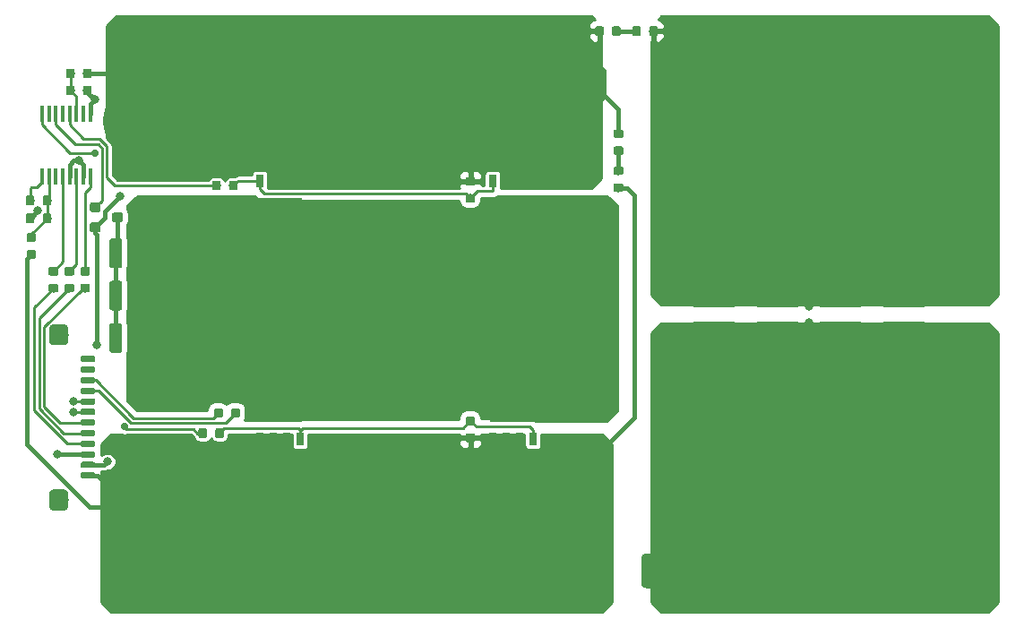
<source format=gbr>
G04 #@! TF.GenerationSoftware,KiCad,Pcbnew,(2017-05-10 revision 747583606)-makepkg*
G04 #@! TF.CreationDate,2017-05-29T23:11:27+02:00*
G04 #@! TF.ProjectId,Switch-N-Sense,5377697463682D4E2D53656E73652E6B,rev?*
G04 #@! TF.FileFunction,Copper,L1,Top,Signal*
G04 #@! TF.FilePolarity,Positive*
%FSLAX46Y46*%
G04 Gerber Fmt 4.6, Leading zero omitted, Abs format (unit mm)*
G04 Created by KiCad (PCBNEW (2017-05-10 revision 747583606)-makepkg) date 05/29/17 23:11:27*
%MOMM*%
%LPD*%
G01*
G04 APERTURE LIST*
%ADD10C,0.100000*%
%ADD11R,0.450000X1.500000*%
%ADD12C,0.600000*%
%ADD13C,1.800000*%
%ADD14C,0.800000*%
%ADD15C,2.500000*%
%ADD16C,1.200000*%
%ADD17C,0.900000*%
%ADD18C,3.200000*%
%ADD19R,0.700000X1.150000*%
%ADD20R,4.200000X3.100000*%
%ADD21R,4.700000X1.550000*%
%ADD22C,5.000000*%
%ADD23R,4.000000X3.100000*%
%ADD24C,1.000000*%
%ADD25C,0.700000*%
%ADD26C,0.250000*%
%ADD27C,0.400000*%
%ADD28C,0.254000*%
%ADD29C,0.300000*%
G04 APERTURE END LIST*
D10*
D11*
X99525000Y-75750000D03*
X100175000Y-75750000D03*
X100825000Y-75750000D03*
X101475000Y-75750000D03*
X102125000Y-75750000D03*
X102775000Y-75750000D03*
X103425000Y-75750000D03*
X104075000Y-75750000D03*
X104075000Y-69850000D03*
X103425000Y-69850000D03*
X102775000Y-69850000D03*
X102125000Y-69850000D03*
X101475000Y-69850000D03*
X100825000Y-69850000D03*
X100175000Y-69850000D03*
X99525000Y-69850000D03*
D10*
G36*
X104364703Y-92700722D02*
X104379264Y-92702882D01*
X104393543Y-92706459D01*
X104407403Y-92711418D01*
X104420710Y-92717712D01*
X104433336Y-92725280D01*
X104445159Y-92734048D01*
X104456066Y-92743934D01*
X104465952Y-92754841D01*
X104474720Y-92766664D01*
X104482288Y-92779290D01*
X104488582Y-92792597D01*
X104493541Y-92806457D01*
X104497118Y-92820736D01*
X104499278Y-92835297D01*
X104500000Y-92850000D01*
X104500000Y-93150000D01*
X104499278Y-93164703D01*
X104497118Y-93179264D01*
X104493541Y-93193543D01*
X104488582Y-93207403D01*
X104482288Y-93220710D01*
X104474720Y-93233336D01*
X104465952Y-93245159D01*
X104456066Y-93256066D01*
X104445159Y-93265952D01*
X104433336Y-93274720D01*
X104420710Y-93282288D01*
X104407403Y-93288582D01*
X104393543Y-93293541D01*
X104379264Y-93297118D01*
X104364703Y-93299278D01*
X104350000Y-93300000D01*
X103350000Y-93300000D01*
X103335297Y-93299278D01*
X103320736Y-93297118D01*
X103306457Y-93293541D01*
X103292597Y-93288582D01*
X103279290Y-93282288D01*
X103266664Y-93274720D01*
X103254841Y-93265952D01*
X103243934Y-93256066D01*
X103234048Y-93245159D01*
X103225280Y-93233336D01*
X103217712Y-93220710D01*
X103211418Y-93207403D01*
X103206459Y-93193543D01*
X103202882Y-93179264D01*
X103200722Y-93164703D01*
X103200000Y-93150000D01*
X103200000Y-92850000D01*
X103200722Y-92835297D01*
X103202882Y-92820736D01*
X103206459Y-92806457D01*
X103211418Y-92792597D01*
X103217712Y-92779290D01*
X103225280Y-92766664D01*
X103234048Y-92754841D01*
X103243934Y-92743934D01*
X103254841Y-92734048D01*
X103266664Y-92725280D01*
X103279290Y-92717712D01*
X103292597Y-92711418D01*
X103306457Y-92706459D01*
X103320736Y-92702882D01*
X103335297Y-92700722D01*
X103350000Y-92700000D01*
X104350000Y-92700000D01*
X104364703Y-92700722D01*
X104364703Y-92700722D01*
G37*
D12*
X103850000Y-93000000D03*
D10*
G36*
X104364703Y-93700722D02*
X104379264Y-93702882D01*
X104393543Y-93706459D01*
X104407403Y-93711418D01*
X104420710Y-93717712D01*
X104433336Y-93725280D01*
X104445159Y-93734048D01*
X104456066Y-93743934D01*
X104465952Y-93754841D01*
X104474720Y-93766664D01*
X104482288Y-93779290D01*
X104488582Y-93792597D01*
X104493541Y-93806457D01*
X104497118Y-93820736D01*
X104499278Y-93835297D01*
X104500000Y-93850000D01*
X104500000Y-94150000D01*
X104499278Y-94164703D01*
X104497118Y-94179264D01*
X104493541Y-94193543D01*
X104488582Y-94207403D01*
X104482288Y-94220710D01*
X104474720Y-94233336D01*
X104465952Y-94245159D01*
X104456066Y-94256066D01*
X104445159Y-94265952D01*
X104433336Y-94274720D01*
X104420710Y-94282288D01*
X104407403Y-94288582D01*
X104393543Y-94293541D01*
X104379264Y-94297118D01*
X104364703Y-94299278D01*
X104350000Y-94300000D01*
X103350000Y-94300000D01*
X103335297Y-94299278D01*
X103320736Y-94297118D01*
X103306457Y-94293541D01*
X103292597Y-94288582D01*
X103279290Y-94282288D01*
X103266664Y-94274720D01*
X103254841Y-94265952D01*
X103243934Y-94256066D01*
X103234048Y-94245159D01*
X103225280Y-94233336D01*
X103217712Y-94220710D01*
X103211418Y-94207403D01*
X103206459Y-94193543D01*
X103202882Y-94179264D01*
X103200722Y-94164703D01*
X103200000Y-94150000D01*
X103200000Y-93850000D01*
X103200722Y-93835297D01*
X103202882Y-93820736D01*
X103206459Y-93806457D01*
X103211418Y-93792597D01*
X103217712Y-93779290D01*
X103225280Y-93766664D01*
X103234048Y-93754841D01*
X103243934Y-93743934D01*
X103254841Y-93734048D01*
X103266664Y-93725280D01*
X103279290Y-93717712D01*
X103292597Y-93711418D01*
X103306457Y-93706459D01*
X103320736Y-93702882D01*
X103335297Y-93700722D01*
X103350000Y-93700000D01*
X104350000Y-93700000D01*
X104364703Y-93700722D01*
X104364703Y-93700722D01*
G37*
D12*
X103850000Y-94000000D03*
D10*
G36*
X104364703Y-94700722D02*
X104379264Y-94702882D01*
X104393543Y-94706459D01*
X104407403Y-94711418D01*
X104420710Y-94717712D01*
X104433336Y-94725280D01*
X104445159Y-94734048D01*
X104456066Y-94743934D01*
X104465952Y-94754841D01*
X104474720Y-94766664D01*
X104482288Y-94779290D01*
X104488582Y-94792597D01*
X104493541Y-94806457D01*
X104497118Y-94820736D01*
X104499278Y-94835297D01*
X104500000Y-94850000D01*
X104500000Y-95150000D01*
X104499278Y-95164703D01*
X104497118Y-95179264D01*
X104493541Y-95193543D01*
X104488582Y-95207403D01*
X104482288Y-95220710D01*
X104474720Y-95233336D01*
X104465952Y-95245159D01*
X104456066Y-95256066D01*
X104445159Y-95265952D01*
X104433336Y-95274720D01*
X104420710Y-95282288D01*
X104407403Y-95288582D01*
X104393543Y-95293541D01*
X104379264Y-95297118D01*
X104364703Y-95299278D01*
X104350000Y-95300000D01*
X103350000Y-95300000D01*
X103335297Y-95299278D01*
X103320736Y-95297118D01*
X103306457Y-95293541D01*
X103292597Y-95288582D01*
X103279290Y-95282288D01*
X103266664Y-95274720D01*
X103254841Y-95265952D01*
X103243934Y-95256066D01*
X103234048Y-95245159D01*
X103225280Y-95233336D01*
X103217712Y-95220710D01*
X103211418Y-95207403D01*
X103206459Y-95193543D01*
X103202882Y-95179264D01*
X103200722Y-95164703D01*
X103200000Y-95150000D01*
X103200000Y-94850000D01*
X103200722Y-94835297D01*
X103202882Y-94820736D01*
X103206459Y-94806457D01*
X103211418Y-94792597D01*
X103217712Y-94779290D01*
X103225280Y-94766664D01*
X103234048Y-94754841D01*
X103243934Y-94743934D01*
X103254841Y-94734048D01*
X103266664Y-94725280D01*
X103279290Y-94717712D01*
X103292597Y-94711418D01*
X103306457Y-94706459D01*
X103320736Y-94702882D01*
X103335297Y-94700722D01*
X103350000Y-94700000D01*
X104350000Y-94700000D01*
X104364703Y-94700722D01*
X104364703Y-94700722D01*
G37*
D12*
X103850000Y-95000000D03*
D10*
G36*
X104364703Y-95700722D02*
X104379264Y-95702882D01*
X104393543Y-95706459D01*
X104407403Y-95711418D01*
X104420710Y-95717712D01*
X104433336Y-95725280D01*
X104445159Y-95734048D01*
X104456066Y-95743934D01*
X104465952Y-95754841D01*
X104474720Y-95766664D01*
X104482288Y-95779290D01*
X104488582Y-95792597D01*
X104493541Y-95806457D01*
X104497118Y-95820736D01*
X104499278Y-95835297D01*
X104500000Y-95850000D01*
X104500000Y-96150000D01*
X104499278Y-96164703D01*
X104497118Y-96179264D01*
X104493541Y-96193543D01*
X104488582Y-96207403D01*
X104482288Y-96220710D01*
X104474720Y-96233336D01*
X104465952Y-96245159D01*
X104456066Y-96256066D01*
X104445159Y-96265952D01*
X104433336Y-96274720D01*
X104420710Y-96282288D01*
X104407403Y-96288582D01*
X104393543Y-96293541D01*
X104379264Y-96297118D01*
X104364703Y-96299278D01*
X104350000Y-96300000D01*
X103350000Y-96300000D01*
X103335297Y-96299278D01*
X103320736Y-96297118D01*
X103306457Y-96293541D01*
X103292597Y-96288582D01*
X103279290Y-96282288D01*
X103266664Y-96274720D01*
X103254841Y-96265952D01*
X103243934Y-96256066D01*
X103234048Y-96245159D01*
X103225280Y-96233336D01*
X103217712Y-96220710D01*
X103211418Y-96207403D01*
X103206459Y-96193543D01*
X103202882Y-96179264D01*
X103200722Y-96164703D01*
X103200000Y-96150000D01*
X103200000Y-95850000D01*
X103200722Y-95835297D01*
X103202882Y-95820736D01*
X103206459Y-95806457D01*
X103211418Y-95792597D01*
X103217712Y-95779290D01*
X103225280Y-95766664D01*
X103234048Y-95754841D01*
X103243934Y-95743934D01*
X103254841Y-95734048D01*
X103266664Y-95725280D01*
X103279290Y-95717712D01*
X103292597Y-95711418D01*
X103306457Y-95706459D01*
X103320736Y-95702882D01*
X103335297Y-95700722D01*
X103350000Y-95700000D01*
X104350000Y-95700000D01*
X104364703Y-95700722D01*
X104364703Y-95700722D01*
G37*
D12*
X103850000Y-96000000D03*
D10*
G36*
X104364703Y-96700722D02*
X104379264Y-96702882D01*
X104393543Y-96706459D01*
X104407403Y-96711418D01*
X104420710Y-96717712D01*
X104433336Y-96725280D01*
X104445159Y-96734048D01*
X104456066Y-96743934D01*
X104465952Y-96754841D01*
X104474720Y-96766664D01*
X104482288Y-96779290D01*
X104488582Y-96792597D01*
X104493541Y-96806457D01*
X104497118Y-96820736D01*
X104499278Y-96835297D01*
X104500000Y-96850000D01*
X104500000Y-97150000D01*
X104499278Y-97164703D01*
X104497118Y-97179264D01*
X104493541Y-97193543D01*
X104488582Y-97207403D01*
X104482288Y-97220710D01*
X104474720Y-97233336D01*
X104465952Y-97245159D01*
X104456066Y-97256066D01*
X104445159Y-97265952D01*
X104433336Y-97274720D01*
X104420710Y-97282288D01*
X104407403Y-97288582D01*
X104393543Y-97293541D01*
X104379264Y-97297118D01*
X104364703Y-97299278D01*
X104350000Y-97300000D01*
X103350000Y-97300000D01*
X103335297Y-97299278D01*
X103320736Y-97297118D01*
X103306457Y-97293541D01*
X103292597Y-97288582D01*
X103279290Y-97282288D01*
X103266664Y-97274720D01*
X103254841Y-97265952D01*
X103243934Y-97256066D01*
X103234048Y-97245159D01*
X103225280Y-97233336D01*
X103217712Y-97220710D01*
X103211418Y-97207403D01*
X103206459Y-97193543D01*
X103202882Y-97179264D01*
X103200722Y-97164703D01*
X103200000Y-97150000D01*
X103200000Y-96850000D01*
X103200722Y-96835297D01*
X103202882Y-96820736D01*
X103206459Y-96806457D01*
X103211418Y-96792597D01*
X103217712Y-96779290D01*
X103225280Y-96766664D01*
X103234048Y-96754841D01*
X103243934Y-96743934D01*
X103254841Y-96734048D01*
X103266664Y-96725280D01*
X103279290Y-96717712D01*
X103292597Y-96711418D01*
X103306457Y-96706459D01*
X103320736Y-96702882D01*
X103335297Y-96700722D01*
X103350000Y-96700000D01*
X104350000Y-96700000D01*
X104364703Y-96700722D01*
X104364703Y-96700722D01*
G37*
D12*
X103850000Y-97000000D03*
D10*
G36*
X104364703Y-97700722D02*
X104379264Y-97702882D01*
X104393543Y-97706459D01*
X104407403Y-97711418D01*
X104420710Y-97717712D01*
X104433336Y-97725280D01*
X104445159Y-97734048D01*
X104456066Y-97743934D01*
X104465952Y-97754841D01*
X104474720Y-97766664D01*
X104482288Y-97779290D01*
X104488582Y-97792597D01*
X104493541Y-97806457D01*
X104497118Y-97820736D01*
X104499278Y-97835297D01*
X104500000Y-97850000D01*
X104500000Y-98150000D01*
X104499278Y-98164703D01*
X104497118Y-98179264D01*
X104493541Y-98193543D01*
X104488582Y-98207403D01*
X104482288Y-98220710D01*
X104474720Y-98233336D01*
X104465952Y-98245159D01*
X104456066Y-98256066D01*
X104445159Y-98265952D01*
X104433336Y-98274720D01*
X104420710Y-98282288D01*
X104407403Y-98288582D01*
X104393543Y-98293541D01*
X104379264Y-98297118D01*
X104364703Y-98299278D01*
X104350000Y-98300000D01*
X103350000Y-98300000D01*
X103335297Y-98299278D01*
X103320736Y-98297118D01*
X103306457Y-98293541D01*
X103292597Y-98288582D01*
X103279290Y-98282288D01*
X103266664Y-98274720D01*
X103254841Y-98265952D01*
X103243934Y-98256066D01*
X103234048Y-98245159D01*
X103225280Y-98233336D01*
X103217712Y-98220710D01*
X103211418Y-98207403D01*
X103206459Y-98193543D01*
X103202882Y-98179264D01*
X103200722Y-98164703D01*
X103200000Y-98150000D01*
X103200000Y-97850000D01*
X103200722Y-97835297D01*
X103202882Y-97820736D01*
X103206459Y-97806457D01*
X103211418Y-97792597D01*
X103217712Y-97779290D01*
X103225280Y-97766664D01*
X103234048Y-97754841D01*
X103243934Y-97743934D01*
X103254841Y-97734048D01*
X103266664Y-97725280D01*
X103279290Y-97717712D01*
X103292597Y-97711418D01*
X103306457Y-97706459D01*
X103320736Y-97702882D01*
X103335297Y-97700722D01*
X103350000Y-97700000D01*
X104350000Y-97700000D01*
X104364703Y-97700722D01*
X104364703Y-97700722D01*
G37*
D12*
X103850000Y-98000000D03*
D10*
G36*
X104364703Y-98700722D02*
X104379264Y-98702882D01*
X104393543Y-98706459D01*
X104407403Y-98711418D01*
X104420710Y-98717712D01*
X104433336Y-98725280D01*
X104445159Y-98734048D01*
X104456066Y-98743934D01*
X104465952Y-98754841D01*
X104474720Y-98766664D01*
X104482288Y-98779290D01*
X104488582Y-98792597D01*
X104493541Y-98806457D01*
X104497118Y-98820736D01*
X104499278Y-98835297D01*
X104500000Y-98850000D01*
X104500000Y-99150000D01*
X104499278Y-99164703D01*
X104497118Y-99179264D01*
X104493541Y-99193543D01*
X104488582Y-99207403D01*
X104482288Y-99220710D01*
X104474720Y-99233336D01*
X104465952Y-99245159D01*
X104456066Y-99256066D01*
X104445159Y-99265952D01*
X104433336Y-99274720D01*
X104420710Y-99282288D01*
X104407403Y-99288582D01*
X104393543Y-99293541D01*
X104379264Y-99297118D01*
X104364703Y-99299278D01*
X104350000Y-99300000D01*
X103350000Y-99300000D01*
X103335297Y-99299278D01*
X103320736Y-99297118D01*
X103306457Y-99293541D01*
X103292597Y-99288582D01*
X103279290Y-99282288D01*
X103266664Y-99274720D01*
X103254841Y-99265952D01*
X103243934Y-99256066D01*
X103234048Y-99245159D01*
X103225280Y-99233336D01*
X103217712Y-99220710D01*
X103211418Y-99207403D01*
X103206459Y-99193543D01*
X103202882Y-99179264D01*
X103200722Y-99164703D01*
X103200000Y-99150000D01*
X103200000Y-98850000D01*
X103200722Y-98835297D01*
X103202882Y-98820736D01*
X103206459Y-98806457D01*
X103211418Y-98792597D01*
X103217712Y-98779290D01*
X103225280Y-98766664D01*
X103234048Y-98754841D01*
X103243934Y-98743934D01*
X103254841Y-98734048D01*
X103266664Y-98725280D01*
X103279290Y-98717712D01*
X103292597Y-98711418D01*
X103306457Y-98706459D01*
X103320736Y-98702882D01*
X103335297Y-98700722D01*
X103350000Y-98700000D01*
X104350000Y-98700000D01*
X104364703Y-98700722D01*
X104364703Y-98700722D01*
G37*
D12*
X103850000Y-99000000D03*
D10*
G36*
X104364703Y-99700722D02*
X104379264Y-99702882D01*
X104393543Y-99706459D01*
X104407403Y-99711418D01*
X104420710Y-99717712D01*
X104433336Y-99725280D01*
X104445159Y-99734048D01*
X104456066Y-99743934D01*
X104465952Y-99754841D01*
X104474720Y-99766664D01*
X104482288Y-99779290D01*
X104488582Y-99792597D01*
X104493541Y-99806457D01*
X104497118Y-99820736D01*
X104499278Y-99835297D01*
X104500000Y-99850000D01*
X104500000Y-100150000D01*
X104499278Y-100164703D01*
X104497118Y-100179264D01*
X104493541Y-100193543D01*
X104488582Y-100207403D01*
X104482288Y-100220710D01*
X104474720Y-100233336D01*
X104465952Y-100245159D01*
X104456066Y-100256066D01*
X104445159Y-100265952D01*
X104433336Y-100274720D01*
X104420710Y-100282288D01*
X104407403Y-100288582D01*
X104393543Y-100293541D01*
X104379264Y-100297118D01*
X104364703Y-100299278D01*
X104350000Y-100300000D01*
X103350000Y-100300000D01*
X103335297Y-100299278D01*
X103320736Y-100297118D01*
X103306457Y-100293541D01*
X103292597Y-100288582D01*
X103279290Y-100282288D01*
X103266664Y-100274720D01*
X103254841Y-100265952D01*
X103243934Y-100256066D01*
X103234048Y-100245159D01*
X103225280Y-100233336D01*
X103217712Y-100220710D01*
X103211418Y-100207403D01*
X103206459Y-100193543D01*
X103202882Y-100179264D01*
X103200722Y-100164703D01*
X103200000Y-100150000D01*
X103200000Y-99850000D01*
X103200722Y-99835297D01*
X103202882Y-99820736D01*
X103206459Y-99806457D01*
X103211418Y-99792597D01*
X103217712Y-99779290D01*
X103225280Y-99766664D01*
X103234048Y-99754841D01*
X103243934Y-99743934D01*
X103254841Y-99734048D01*
X103266664Y-99725280D01*
X103279290Y-99717712D01*
X103292597Y-99711418D01*
X103306457Y-99706459D01*
X103320736Y-99702882D01*
X103335297Y-99700722D01*
X103350000Y-99700000D01*
X104350000Y-99700000D01*
X104364703Y-99700722D01*
X104364703Y-99700722D01*
G37*
D12*
X103850000Y-100000000D03*
D10*
G36*
X104364703Y-100700722D02*
X104379264Y-100702882D01*
X104393543Y-100706459D01*
X104407403Y-100711418D01*
X104420710Y-100717712D01*
X104433336Y-100725280D01*
X104445159Y-100734048D01*
X104456066Y-100743934D01*
X104465952Y-100754841D01*
X104474720Y-100766664D01*
X104482288Y-100779290D01*
X104488582Y-100792597D01*
X104493541Y-100806457D01*
X104497118Y-100820736D01*
X104499278Y-100835297D01*
X104500000Y-100850000D01*
X104500000Y-101150000D01*
X104499278Y-101164703D01*
X104497118Y-101179264D01*
X104493541Y-101193543D01*
X104488582Y-101207403D01*
X104482288Y-101220710D01*
X104474720Y-101233336D01*
X104465952Y-101245159D01*
X104456066Y-101256066D01*
X104445159Y-101265952D01*
X104433336Y-101274720D01*
X104420710Y-101282288D01*
X104407403Y-101288582D01*
X104393543Y-101293541D01*
X104379264Y-101297118D01*
X104364703Y-101299278D01*
X104350000Y-101300000D01*
X103350000Y-101300000D01*
X103335297Y-101299278D01*
X103320736Y-101297118D01*
X103306457Y-101293541D01*
X103292597Y-101288582D01*
X103279290Y-101282288D01*
X103266664Y-101274720D01*
X103254841Y-101265952D01*
X103243934Y-101256066D01*
X103234048Y-101245159D01*
X103225280Y-101233336D01*
X103217712Y-101220710D01*
X103211418Y-101207403D01*
X103206459Y-101193543D01*
X103202882Y-101179264D01*
X103200722Y-101164703D01*
X103200000Y-101150000D01*
X103200000Y-100850000D01*
X103200722Y-100835297D01*
X103202882Y-100820736D01*
X103206459Y-100806457D01*
X103211418Y-100792597D01*
X103217712Y-100779290D01*
X103225280Y-100766664D01*
X103234048Y-100754841D01*
X103243934Y-100743934D01*
X103254841Y-100734048D01*
X103266664Y-100725280D01*
X103279290Y-100717712D01*
X103292597Y-100711418D01*
X103306457Y-100706459D01*
X103320736Y-100702882D01*
X103335297Y-100700722D01*
X103350000Y-100700000D01*
X104350000Y-100700000D01*
X104364703Y-100700722D01*
X104364703Y-100700722D01*
G37*
D12*
X103850000Y-101000000D03*
D10*
G36*
X104364703Y-101700722D02*
X104379264Y-101702882D01*
X104393543Y-101706459D01*
X104407403Y-101711418D01*
X104420710Y-101717712D01*
X104433336Y-101725280D01*
X104445159Y-101734048D01*
X104456066Y-101743934D01*
X104465952Y-101754841D01*
X104474720Y-101766664D01*
X104482288Y-101779290D01*
X104488582Y-101792597D01*
X104493541Y-101806457D01*
X104497118Y-101820736D01*
X104499278Y-101835297D01*
X104500000Y-101850000D01*
X104500000Y-102150000D01*
X104499278Y-102164703D01*
X104497118Y-102179264D01*
X104493541Y-102193543D01*
X104488582Y-102207403D01*
X104482288Y-102220710D01*
X104474720Y-102233336D01*
X104465952Y-102245159D01*
X104456066Y-102256066D01*
X104445159Y-102265952D01*
X104433336Y-102274720D01*
X104420710Y-102282288D01*
X104407403Y-102288582D01*
X104393543Y-102293541D01*
X104379264Y-102297118D01*
X104364703Y-102299278D01*
X104350000Y-102300000D01*
X103350000Y-102300000D01*
X103335297Y-102299278D01*
X103320736Y-102297118D01*
X103306457Y-102293541D01*
X103292597Y-102288582D01*
X103279290Y-102282288D01*
X103266664Y-102274720D01*
X103254841Y-102265952D01*
X103243934Y-102256066D01*
X103234048Y-102245159D01*
X103225280Y-102233336D01*
X103217712Y-102220710D01*
X103211418Y-102207403D01*
X103206459Y-102193543D01*
X103202882Y-102179264D01*
X103200722Y-102164703D01*
X103200000Y-102150000D01*
X103200000Y-101850000D01*
X103200722Y-101835297D01*
X103202882Y-101820736D01*
X103206459Y-101806457D01*
X103211418Y-101792597D01*
X103217712Y-101779290D01*
X103225280Y-101766664D01*
X103234048Y-101754841D01*
X103243934Y-101743934D01*
X103254841Y-101734048D01*
X103266664Y-101725280D01*
X103279290Y-101717712D01*
X103292597Y-101711418D01*
X103306457Y-101706459D01*
X103320736Y-101702882D01*
X103335297Y-101700722D01*
X103350000Y-101700000D01*
X104350000Y-101700000D01*
X104364703Y-101700722D01*
X104364703Y-101700722D01*
G37*
D12*
X103850000Y-102000000D03*
D10*
G36*
X104364703Y-102700722D02*
X104379264Y-102702882D01*
X104393543Y-102706459D01*
X104407403Y-102711418D01*
X104420710Y-102717712D01*
X104433336Y-102725280D01*
X104445159Y-102734048D01*
X104456066Y-102743934D01*
X104465952Y-102754841D01*
X104474720Y-102766664D01*
X104482288Y-102779290D01*
X104488582Y-102792597D01*
X104493541Y-102806457D01*
X104497118Y-102820736D01*
X104499278Y-102835297D01*
X104500000Y-102850000D01*
X104500000Y-103150000D01*
X104499278Y-103164703D01*
X104497118Y-103179264D01*
X104493541Y-103193543D01*
X104488582Y-103207403D01*
X104482288Y-103220710D01*
X104474720Y-103233336D01*
X104465952Y-103245159D01*
X104456066Y-103256066D01*
X104445159Y-103265952D01*
X104433336Y-103274720D01*
X104420710Y-103282288D01*
X104407403Y-103288582D01*
X104393543Y-103293541D01*
X104379264Y-103297118D01*
X104364703Y-103299278D01*
X104350000Y-103300000D01*
X103350000Y-103300000D01*
X103335297Y-103299278D01*
X103320736Y-103297118D01*
X103306457Y-103293541D01*
X103292597Y-103288582D01*
X103279290Y-103282288D01*
X103266664Y-103274720D01*
X103254841Y-103265952D01*
X103243934Y-103256066D01*
X103234048Y-103245159D01*
X103225280Y-103233336D01*
X103217712Y-103220710D01*
X103211418Y-103207403D01*
X103206459Y-103193543D01*
X103202882Y-103179264D01*
X103200722Y-103164703D01*
X103200000Y-103150000D01*
X103200000Y-102850000D01*
X103200722Y-102835297D01*
X103202882Y-102820736D01*
X103206459Y-102806457D01*
X103211418Y-102792597D01*
X103217712Y-102779290D01*
X103225280Y-102766664D01*
X103234048Y-102754841D01*
X103243934Y-102743934D01*
X103254841Y-102734048D01*
X103266664Y-102725280D01*
X103279290Y-102717712D01*
X103292597Y-102711418D01*
X103306457Y-102706459D01*
X103320736Y-102702882D01*
X103335297Y-102700722D01*
X103350000Y-102700000D01*
X104350000Y-102700000D01*
X104364703Y-102700722D01*
X104364703Y-102700722D01*
G37*
D12*
X103850000Y-103000000D03*
D10*
G36*
X104364703Y-103700722D02*
X104379264Y-103702882D01*
X104393543Y-103706459D01*
X104407403Y-103711418D01*
X104420710Y-103717712D01*
X104433336Y-103725280D01*
X104445159Y-103734048D01*
X104456066Y-103743934D01*
X104465952Y-103754841D01*
X104474720Y-103766664D01*
X104482288Y-103779290D01*
X104488582Y-103792597D01*
X104493541Y-103806457D01*
X104497118Y-103820736D01*
X104499278Y-103835297D01*
X104500000Y-103850000D01*
X104500000Y-104150000D01*
X104499278Y-104164703D01*
X104497118Y-104179264D01*
X104493541Y-104193543D01*
X104488582Y-104207403D01*
X104482288Y-104220710D01*
X104474720Y-104233336D01*
X104465952Y-104245159D01*
X104456066Y-104256066D01*
X104445159Y-104265952D01*
X104433336Y-104274720D01*
X104420710Y-104282288D01*
X104407403Y-104288582D01*
X104393543Y-104293541D01*
X104379264Y-104297118D01*
X104364703Y-104299278D01*
X104350000Y-104300000D01*
X103350000Y-104300000D01*
X103335297Y-104299278D01*
X103320736Y-104297118D01*
X103306457Y-104293541D01*
X103292597Y-104288582D01*
X103279290Y-104282288D01*
X103266664Y-104274720D01*
X103254841Y-104265952D01*
X103243934Y-104256066D01*
X103234048Y-104245159D01*
X103225280Y-104233336D01*
X103217712Y-104220710D01*
X103211418Y-104207403D01*
X103206459Y-104193543D01*
X103202882Y-104179264D01*
X103200722Y-104164703D01*
X103200000Y-104150000D01*
X103200000Y-103850000D01*
X103200722Y-103835297D01*
X103202882Y-103820736D01*
X103206459Y-103806457D01*
X103211418Y-103792597D01*
X103217712Y-103779290D01*
X103225280Y-103766664D01*
X103234048Y-103754841D01*
X103243934Y-103743934D01*
X103254841Y-103734048D01*
X103266664Y-103725280D01*
X103279290Y-103717712D01*
X103292597Y-103711418D01*
X103306457Y-103706459D01*
X103320736Y-103702882D01*
X103335297Y-103700722D01*
X103350000Y-103700000D01*
X104350000Y-103700000D01*
X104364703Y-103700722D01*
X104364703Y-103700722D01*
G37*
D12*
X103850000Y-104000000D03*
D10*
G36*
X101594108Y-89702167D02*
X101637791Y-89708647D01*
X101680628Y-89719377D01*
X101722208Y-89734254D01*
X101762129Y-89753135D01*
X101800007Y-89775839D01*
X101835477Y-89802145D01*
X101868198Y-89831802D01*
X101897855Y-89864523D01*
X101924161Y-89899993D01*
X101946865Y-89937871D01*
X101965746Y-89977792D01*
X101980623Y-90019372D01*
X101991353Y-90062209D01*
X101997833Y-90105892D01*
X102000000Y-90150000D01*
X102000000Y-91250000D01*
X101997833Y-91294108D01*
X101991353Y-91337791D01*
X101980623Y-91380628D01*
X101965746Y-91422208D01*
X101946865Y-91462129D01*
X101924161Y-91500007D01*
X101897855Y-91535477D01*
X101868198Y-91568198D01*
X101835477Y-91597855D01*
X101800007Y-91624161D01*
X101762129Y-91646865D01*
X101722208Y-91665746D01*
X101680628Y-91680623D01*
X101637791Y-91691353D01*
X101594108Y-91697833D01*
X101550000Y-91700000D01*
X100650000Y-91700000D01*
X100605892Y-91697833D01*
X100562209Y-91691353D01*
X100519372Y-91680623D01*
X100477792Y-91665746D01*
X100437871Y-91646865D01*
X100399993Y-91624161D01*
X100364523Y-91597855D01*
X100331802Y-91568198D01*
X100302145Y-91535477D01*
X100275839Y-91500007D01*
X100253135Y-91462129D01*
X100234254Y-91422208D01*
X100219377Y-91380628D01*
X100208647Y-91337791D01*
X100202167Y-91294108D01*
X100200000Y-91250000D01*
X100200000Y-90150000D01*
X100202167Y-90105892D01*
X100208647Y-90062209D01*
X100219377Y-90019372D01*
X100234254Y-89977792D01*
X100253135Y-89937871D01*
X100275839Y-89899993D01*
X100302145Y-89864523D01*
X100331802Y-89831802D01*
X100364523Y-89802145D01*
X100399993Y-89775839D01*
X100437871Y-89753135D01*
X100477792Y-89734254D01*
X100519372Y-89719377D01*
X100562209Y-89708647D01*
X100605892Y-89702167D01*
X100650000Y-89700000D01*
X101550000Y-89700000D01*
X101594108Y-89702167D01*
X101594108Y-89702167D01*
G37*
D13*
X101100000Y-90700000D03*
D10*
G36*
X101594108Y-105302167D02*
X101637791Y-105308647D01*
X101680628Y-105319377D01*
X101722208Y-105334254D01*
X101762129Y-105353135D01*
X101800007Y-105375839D01*
X101835477Y-105402145D01*
X101868198Y-105431802D01*
X101897855Y-105464523D01*
X101924161Y-105499993D01*
X101946865Y-105537871D01*
X101965746Y-105577792D01*
X101980623Y-105619372D01*
X101991353Y-105662209D01*
X101997833Y-105705892D01*
X102000000Y-105750000D01*
X102000000Y-106850000D01*
X101997833Y-106894108D01*
X101991353Y-106937791D01*
X101980623Y-106980628D01*
X101965746Y-107022208D01*
X101946865Y-107062129D01*
X101924161Y-107100007D01*
X101897855Y-107135477D01*
X101868198Y-107168198D01*
X101835477Y-107197855D01*
X101800007Y-107224161D01*
X101762129Y-107246865D01*
X101722208Y-107265746D01*
X101680628Y-107280623D01*
X101637791Y-107291353D01*
X101594108Y-107297833D01*
X101550000Y-107300000D01*
X100650000Y-107300000D01*
X100605892Y-107297833D01*
X100562209Y-107291353D01*
X100519372Y-107280623D01*
X100477792Y-107265746D01*
X100437871Y-107246865D01*
X100399993Y-107224161D01*
X100364523Y-107197855D01*
X100331802Y-107168198D01*
X100302145Y-107135477D01*
X100275839Y-107100007D01*
X100253135Y-107062129D01*
X100234254Y-107022208D01*
X100219377Y-106980628D01*
X100208647Y-106937791D01*
X100202167Y-106894108D01*
X100200000Y-106850000D01*
X100200000Y-105750000D01*
X100202167Y-105705892D01*
X100208647Y-105662209D01*
X100219377Y-105619372D01*
X100234254Y-105577792D01*
X100253135Y-105537871D01*
X100275839Y-105499993D01*
X100302145Y-105464523D01*
X100331802Y-105431802D01*
X100364523Y-105402145D01*
X100399993Y-105375839D01*
X100437871Y-105353135D01*
X100477792Y-105334254D01*
X100519372Y-105319377D01*
X100562209Y-105308647D01*
X100605892Y-105302167D01*
X100650000Y-105300000D01*
X101550000Y-105300000D01*
X101594108Y-105302167D01*
X101594108Y-105302167D01*
G37*
D13*
X101100000Y-106300000D03*
D10*
G36*
X154055683Y-61550770D02*
X154071214Y-61553074D01*
X154086446Y-61556890D01*
X154101229Y-61562179D01*
X154115423Y-61568893D01*
X154128891Y-61576965D01*
X154141503Y-61586318D01*
X154153137Y-61596863D01*
X154163682Y-61608497D01*
X154173035Y-61621109D01*
X154181107Y-61634577D01*
X154187821Y-61648771D01*
X154193110Y-61663554D01*
X154196926Y-61678786D01*
X154199230Y-61694317D01*
X154200000Y-61710000D01*
X154200000Y-62290000D01*
X154199230Y-62305683D01*
X154196926Y-62321214D01*
X154193110Y-62336446D01*
X154187821Y-62351229D01*
X154181107Y-62365423D01*
X154173035Y-62378891D01*
X154163682Y-62391503D01*
X154153137Y-62403137D01*
X154141503Y-62413682D01*
X154128891Y-62423035D01*
X154115423Y-62431107D01*
X154101229Y-62437821D01*
X154086446Y-62443110D01*
X154071214Y-62446926D01*
X154055683Y-62449230D01*
X154040000Y-62450000D01*
X153560000Y-62450000D01*
X153544317Y-62449230D01*
X153528786Y-62446926D01*
X153513554Y-62443110D01*
X153498771Y-62437821D01*
X153484577Y-62431107D01*
X153471109Y-62423035D01*
X153458497Y-62413682D01*
X153446863Y-62403137D01*
X153436318Y-62391503D01*
X153426965Y-62378891D01*
X153418893Y-62365423D01*
X153412179Y-62351229D01*
X153406890Y-62336446D01*
X153403074Y-62321214D01*
X153400770Y-62305683D01*
X153400000Y-62290000D01*
X153400000Y-61710000D01*
X153400770Y-61694317D01*
X153403074Y-61678786D01*
X153406890Y-61663554D01*
X153412179Y-61648771D01*
X153418893Y-61634577D01*
X153426965Y-61621109D01*
X153436318Y-61608497D01*
X153446863Y-61596863D01*
X153458497Y-61586318D01*
X153471109Y-61576965D01*
X153484577Y-61568893D01*
X153498771Y-61562179D01*
X153513554Y-61556890D01*
X153528786Y-61553074D01*
X153544317Y-61550770D01*
X153560000Y-61550000D01*
X154040000Y-61550000D01*
X154055683Y-61550770D01*
X154055683Y-61550770D01*
G37*
D14*
X153800000Y-62000000D03*
D10*
G36*
X152455683Y-61550770D02*
X152471214Y-61553074D01*
X152486446Y-61556890D01*
X152501229Y-61562179D01*
X152515423Y-61568893D01*
X152528891Y-61576965D01*
X152541503Y-61586318D01*
X152553137Y-61596863D01*
X152563682Y-61608497D01*
X152573035Y-61621109D01*
X152581107Y-61634577D01*
X152587821Y-61648771D01*
X152593110Y-61663554D01*
X152596926Y-61678786D01*
X152599230Y-61694317D01*
X152600000Y-61710000D01*
X152600000Y-62290000D01*
X152599230Y-62305683D01*
X152596926Y-62321214D01*
X152593110Y-62336446D01*
X152587821Y-62351229D01*
X152581107Y-62365423D01*
X152573035Y-62378891D01*
X152563682Y-62391503D01*
X152553137Y-62403137D01*
X152541503Y-62413682D01*
X152528891Y-62423035D01*
X152515423Y-62431107D01*
X152501229Y-62437821D01*
X152486446Y-62443110D01*
X152471214Y-62446926D01*
X152455683Y-62449230D01*
X152440000Y-62450000D01*
X151960000Y-62450000D01*
X151944317Y-62449230D01*
X151928786Y-62446926D01*
X151913554Y-62443110D01*
X151898771Y-62437821D01*
X151884577Y-62431107D01*
X151871109Y-62423035D01*
X151858497Y-62413682D01*
X151846863Y-62403137D01*
X151836318Y-62391503D01*
X151826965Y-62378891D01*
X151818893Y-62365423D01*
X151812179Y-62351229D01*
X151806890Y-62336446D01*
X151803074Y-62321214D01*
X151800770Y-62305683D01*
X151800000Y-62290000D01*
X151800000Y-61710000D01*
X151800770Y-61694317D01*
X151803074Y-61678786D01*
X151806890Y-61663554D01*
X151812179Y-61648771D01*
X151818893Y-61634577D01*
X151826965Y-61621109D01*
X151836318Y-61608497D01*
X151846863Y-61596863D01*
X151858497Y-61586318D01*
X151871109Y-61576965D01*
X151884577Y-61568893D01*
X151898771Y-61562179D01*
X151913554Y-61556890D01*
X151928786Y-61553074D01*
X151944317Y-61550770D01*
X151960000Y-61550000D01*
X152440000Y-61550000D01*
X152455683Y-61550770D01*
X152455683Y-61550770D01*
G37*
D14*
X152200000Y-62000000D03*
D10*
G36*
X98655683Y-79250770D02*
X98671214Y-79253074D01*
X98686446Y-79256890D01*
X98701229Y-79262179D01*
X98715423Y-79268893D01*
X98728891Y-79276965D01*
X98741503Y-79286318D01*
X98753137Y-79296863D01*
X98763682Y-79308497D01*
X98773035Y-79321109D01*
X98781107Y-79334577D01*
X98787821Y-79348771D01*
X98793110Y-79363554D01*
X98796926Y-79378786D01*
X98799230Y-79394317D01*
X98800000Y-79410000D01*
X98800000Y-79990000D01*
X98799230Y-80005683D01*
X98796926Y-80021214D01*
X98793110Y-80036446D01*
X98787821Y-80051229D01*
X98781107Y-80065423D01*
X98773035Y-80078891D01*
X98763682Y-80091503D01*
X98753137Y-80103137D01*
X98741503Y-80113682D01*
X98728891Y-80123035D01*
X98715423Y-80131107D01*
X98701229Y-80137821D01*
X98686446Y-80143110D01*
X98671214Y-80146926D01*
X98655683Y-80149230D01*
X98640000Y-80150000D01*
X98160000Y-80150000D01*
X98144317Y-80149230D01*
X98128786Y-80146926D01*
X98113554Y-80143110D01*
X98098771Y-80137821D01*
X98084577Y-80131107D01*
X98071109Y-80123035D01*
X98058497Y-80113682D01*
X98046863Y-80103137D01*
X98036318Y-80091503D01*
X98026965Y-80078891D01*
X98018893Y-80065423D01*
X98012179Y-80051229D01*
X98006890Y-80036446D01*
X98003074Y-80021214D01*
X98000770Y-80005683D01*
X98000000Y-79990000D01*
X98000000Y-79410000D01*
X98000770Y-79394317D01*
X98003074Y-79378786D01*
X98006890Y-79363554D01*
X98012179Y-79348771D01*
X98018893Y-79334577D01*
X98026965Y-79321109D01*
X98036318Y-79308497D01*
X98046863Y-79296863D01*
X98058497Y-79286318D01*
X98071109Y-79276965D01*
X98084577Y-79268893D01*
X98098771Y-79262179D01*
X98113554Y-79256890D01*
X98128786Y-79253074D01*
X98144317Y-79250770D01*
X98160000Y-79250000D01*
X98640000Y-79250000D01*
X98655683Y-79250770D01*
X98655683Y-79250770D01*
G37*
D14*
X98400000Y-79700000D03*
D10*
G36*
X100255683Y-79250770D02*
X100271214Y-79253074D01*
X100286446Y-79256890D01*
X100301229Y-79262179D01*
X100315423Y-79268893D01*
X100328891Y-79276965D01*
X100341503Y-79286318D01*
X100353137Y-79296863D01*
X100363682Y-79308497D01*
X100373035Y-79321109D01*
X100381107Y-79334577D01*
X100387821Y-79348771D01*
X100393110Y-79363554D01*
X100396926Y-79378786D01*
X100399230Y-79394317D01*
X100400000Y-79410000D01*
X100400000Y-79990000D01*
X100399230Y-80005683D01*
X100396926Y-80021214D01*
X100393110Y-80036446D01*
X100387821Y-80051229D01*
X100381107Y-80065423D01*
X100373035Y-80078891D01*
X100363682Y-80091503D01*
X100353137Y-80103137D01*
X100341503Y-80113682D01*
X100328891Y-80123035D01*
X100315423Y-80131107D01*
X100301229Y-80137821D01*
X100286446Y-80143110D01*
X100271214Y-80146926D01*
X100255683Y-80149230D01*
X100240000Y-80150000D01*
X99760000Y-80150000D01*
X99744317Y-80149230D01*
X99728786Y-80146926D01*
X99713554Y-80143110D01*
X99698771Y-80137821D01*
X99684577Y-80131107D01*
X99671109Y-80123035D01*
X99658497Y-80113682D01*
X99646863Y-80103137D01*
X99636318Y-80091503D01*
X99626965Y-80078891D01*
X99618893Y-80065423D01*
X99612179Y-80051229D01*
X99606890Y-80036446D01*
X99603074Y-80021214D01*
X99600770Y-80005683D01*
X99600000Y-79990000D01*
X99600000Y-79410000D01*
X99600770Y-79394317D01*
X99603074Y-79378786D01*
X99606890Y-79363554D01*
X99612179Y-79348771D01*
X99618893Y-79334577D01*
X99626965Y-79321109D01*
X99636318Y-79308497D01*
X99646863Y-79296863D01*
X99658497Y-79286318D01*
X99671109Y-79276965D01*
X99684577Y-79268893D01*
X99698771Y-79262179D01*
X99713554Y-79256890D01*
X99728786Y-79253074D01*
X99744317Y-79250770D01*
X99760000Y-79250000D01*
X100240000Y-79250000D01*
X100255683Y-79250770D01*
X100255683Y-79250770D01*
G37*
D14*
X100000000Y-79700000D03*
D10*
G36*
X154305683Y-71300770D02*
X154321214Y-71303074D01*
X154336446Y-71306890D01*
X154351229Y-71312179D01*
X154365423Y-71318893D01*
X154378891Y-71326965D01*
X154391503Y-71336318D01*
X154403137Y-71346863D01*
X154413682Y-71358497D01*
X154423035Y-71371109D01*
X154431107Y-71384577D01*
X154437821Y-71398771D01*
X154443110Y-71413554D01*
X154446926Y-71428786D01*
X154449230Y-71444317D01*
X154450000Y-71460000D01*
X154450000Y-71940000D01*
X154449230Y-71955683D01*
X154446926Y-71971214D01*
X154443110Y-71986446D01*
X154437821Y-72001229D01*
X154431107Y-72015423D01*
X154423035Y-72028891D01*
X154413682Y-72041503D01*
X154403137Y-72053137D01*
X154391503Y-72063682D01*
X154378891Y-72073035D01*
X154365423Y-72081107D01*
X154351229Y-72087821D01*
X154336446Y-72093110D01*
X154321214Y-72096926D01*
X154305683Y-72099230D01*
X154290000Y-72100000D01*
X153710000Y-72100000D01*
X153694317Y-72099230D01*
X153678786Y-72096926D01*
X153663554Y-72093110D01*
X153648771Y-72087821D01*
X153634577Y-72081107D01*
X153621109Y-72073035D01*
X153608497Y-72063682D01*
X153596863Y-72053137D01*
X153586318Y-72041503D01*
X153576965Y-72028891D01*
X153568893Y-72015423D01*
X153562179Y-72001229D01*
X153556890Y-71986446D01*
X153553074Y-71971214D01*
X153550770Y-71955683D01*
X153550000Y-71940000D01*
X153550000Y-71460000D01*
X153550770Y-71444317D01*
X153553074Y-71428786D01*
X153556890Y-71413554D01*
X153562179Y-71398771D01*
X153568893Y-71384577D01*
X153576965Y-71371109D01*
X153586318Y-71358497D01*
X153596863Y-71346863D01*
X153608497Y-71336318D01*
X153621109Y-71326965D01*
X153634577Y-71318893D01*
X153648771Y-71312179D01*
X153663554Y-71306890D01*
X153678786Y-71303074D01*
X153694317Y-71300770D01*
X153710000Y-71300000D01*
X154290000Y-71300000D01*
X154305683Y-71300770D01*
X154305683Y-71300770D01*
G37*
D14*
X154000000Y-71700000D03*
D10*
G36*
X154305683Y-72900770D02*
X154321214Y-72903074D01*
X154336446Y-72906890D01*
X154351229Y-72912179D01*
X154365423Y-72918893D01*
X154378891Y-72926965D01*
X154391503Y-72936318D01*
X154403137Y-72946863D01*
X154413682Y-72958497D01*
X154423035Y-72971109D01*
X154431107Y-72984577D01*
X154437821Y-72998771D01*
X154443110Y-73013554D01*
X154446926Y-73028786D01*
X154449230Y-73044317D01*
X154450000Y-73060000D01*
X154450000Y-73540000D01*
X154449230Y-73555683D01*
X154446926Y-73571214D01*
X154443110Y-73586446D01*
X154437821Y-73601229D01*
X154431107Y-73615423D01*
X154423035Y-73628891D01*
X154413682Y-73641503D01*
X154403137Y-73653137D01*
X154391503Y-73663682D01*
X154378891Y-73673035D01*
X154365423Y-73681107D01*
X154351229Y-73687821D01*
X154336446Y-73693110D01*
X154321214Y-73696926D01*
X154305683Y-73699230D01*
X154290000Y-73700000D01*
X153710000Y-73700000D01*
X153694317Y-73699230D01*
X153678786Y-73696926D01*
X153663554Y-73693110D01*
X153648771Y-73687821D01*
X153634577Y-73681107D01*
X153621109Y-73673035D01*
X153608497Y-73663682D01*
X153596863Y-73653137D01*
X153586318Y-73641503D01*
X153576965Y-73628891D01*
X153568893Y-73615423D01*
X153562179Y-73601229D01*
X153556890Y-73586446D01*
X153553074Y-73571214D01*
X153550770Y-73555683D01*
X153550000Y-73540000D01*
X153550000Y-73060000D01*
X153550770Y-73044317D01*
X153553074Y-73028786D01*
X153556890Y-73013554D01*
X153562179Y-72998771D01*
X153568893Y-72984577D01*
X153576965Y-72971109D01*
X153586318Y-72958497D01*
X153596863Y-72946863D01*
X153608497Y-72936318D01*
X153621109Y-72926965D01*
X153634577Y-72918893D01*
X153648771Y-72912179D01*
X153663554Y-72906890D01*
X153678786Y-72903074D01*
X153694317Y-72900770D01*
X153710000Y-72900000D01*
X154290000Y-72900000D01*
X154305683Y-72900770D01*
X154305683Y-72900770D01*
G37*
D14*
X154000000Y-73300000D03*
D10*
G36*
X104055683Y-67150770D02*
X104071214Y-67153074D01*
X104086446Y-67156890D01*
X104101229Y-67162179D01*
X104115423Y-67168893D01*
X104128891Y-67176965D01*
X104141503Y-67186318D01*
X104153137Y-67196863D01*
X104163682Y-67208497D01*
X104173035Y-67221109D01*
X104181107Y-67234577D01*
X104187821Y-67248771D01*
X104193110Y-67263554D01*
X104196926Y-67278786D01*
X104199230Y-67294317D01*
X104200000Y-67310000D01*
X104200000Y-67890000D01*
X104199230Y-67905683D01*
X104196926Y-67921214D01*
X104193110Y-67936446D01*
X104187821Y-67951229D01*
X104181107Y-67965423D01*
X104173035Y-67978891D01*
X104163682Y-67991503D01*
X104153137Y-68003137D01*
X104141503Y-68013682D01*
X104128891Y-68023035D01*
X104115423Y-68031107D01*
X104101229Y-68037821D01*
X104086446Y-68043110D01*
X104071214Y-68046926D01*
X104055683Y-68049230D01*
X104040000Y-68050000D01*
X103560000Y-68050000D01*
X103544317Y-68049230D01*
X103528786Y-68046926D01*
X103513554Y-68043110D01*
X103498771Y-68037821D01*
X103484577Y-68031107D01*
X103471109Y-68023035D01*
X103458497Y-68013682D01*
X103446863Y-68003137D01*
X103436318Y-67991503D01*
X103426965Y-67978891D01*
X103418893Y-67965423D01*
X103412179Y-67951229D01*
X103406890Y-67936446D01*
X103403074Y-67921214D01*
X103400770Y-67905683D01*
X103400000Y-67890000D01*
X103400000Y-67310000D01*
X103400770Y-67294317D01*
X103403074Y-67278786D01*
X103406890Y-67263554D01*
X103412179Y-67248771D01*
X103418893Y-67234577D01*
X103426965Y-67221109D01*
X103436318Y-67208497D01*
X103446863Y-67196863D01*
X103458497Y-67186318D01*
X103471109Y-67176965D01*
X103484577Y-67168893D01*
X103498771Y-67162179D01*
X103513554Y-67156890D01*
X103528786Y-67153074D01*
X103544317Y-67150770D01*
X103560000Y-67150000D01*
X104040000Y-67150000D01*
X104055683Y-67150770D01*
X104055683Y-67150770D01*
G37*
D14*
X103800000Y-67600000D03*
D10*
G36*
X102455683Y-67150770D02*
X102471214Y-67153074D01*
X102486446Y-67156890D01*
X102501229Y-67162179D01*
X102515423Y-67168893D01*
X102528891Y-67176965D01*
X102541503Y-67186318D01*
X102553137Y-67196863D01*
X102563682Y-67208497D01*
X102573035Y-67221109D01*
X102581107Y-67234577D01*
X102587821Y-67248771D01*
X102593110Y-67263554D01*
X102596926Y-67278786D01*
X102599230Y-67294317D01*
X102600000Y-67310000D01*
X102600000Y-67890000D01*
X102599230Y-67905683D01*
X102596926Y-67921214D01*
X102593110Y-67936446D01*
X102587821Y-67951229D01*
X102581107Y-67965423D01*
X102573035Y-67978891D01*
X102563682Y-67991503D01*
X102553137Y-68003137D01*
X102541503Y-68013682D01*
X102528891Y-68023035D01*
X102515423Y-68031107D01*
X102501229Y-68037821D01*
X102486446Y-68043110D01*
X102471214Y-68046926D01*
X102455683Y-68049230D01*
X102440000Y-68050000D01*
X101960000Y-68050000D01*
X101944317Y-68049230D01*
X101928786Y-68046926D01*
X101913554Y-68043110D01*
X101898771Y-68037821D01*
X101884577Y-68031107D01*
X101871109Y-68023035D01*
X101858497Y-68013682D01*
X101846863Y-68003137D01*
X101836318Y-67991503D01*
X101826965Y-67978891D01*
X101818893Y-67965423D01*
X101812179Y-67951229D01*
X101806890Y-67936446D01*
X101803074Y-67921214D01*
X101800770Y-67905683D01*
X101800000Y-67890000D01*
X101800000Y-67310000D01*
X101800770Y-67294317D01*
X101803074Y-67278786D01*
X101806890Y-67263554D01*
X101812179Y-67248771D01*
X101818893Y-67234577D01*
X101826965Y-67221109D01*
X101836318Y-67208497D01*
X101846863Y-67196863D01*
X101858497Y-67186318D01*
X101871109Y-67176965D01*
X101884577Y-67168893D01*
X101898771Y-67162179D01*
X101913554Y-67156890D01*
X101928786Y-67153074D01*
X101944317Y-67150770D01*
X101960000Y-67150000D01*
X102440000Y-67150000D01*
X102455683Y-67150770D01*
X102455683Y-67150770D01*
G37*
D14*
X102200000Y-67600000D03*
D10*
G36*
X157555683Y-61550770D02*
X157571214Y-61553074D01*
X157586446Y-61556890D01*
X157601229Y-61562179D01*
X157615423Y-61568893D01*
X157628891Y-61576965D01*
X157641503Y-61586318D01*
X157653137Y-61596863D01*
X157663682Y-61608497D01*
X157673035Y-61621109D01*
X157681107Y-61634577D01*
X157687821Y-61648771D01*
X157693110Y-61663554D01*
X157696926Y-61678786D01*
X157699230Y-61694317D01*
X157700000Y-61710000D01*
X157700000Y-62290000D01*
X157699230Y-62305683D01*
X157696926Y-62321214D01*
X157693110Y-62336446D01*
X157687821Y-62351229D01*
X157681107Y-62365423D01*
X157673035Y-62378891D01*
X157663682Y-62391503D01*
X157653137Y-62403137D01*
X157641503Y-62413682D01*
X157628891Y-62423035D01*
X157615423Y-62431107D01*
X157601229Y-62437821D01*
X157586446Y-62443110D01*
X157571214Y-62446926D01*
X157555683Y-62449230D01*
X157540000Y-62450000D01*
X157060000Y-62450000D01*
X157044317Y-62449230D01*
X157028786Y-62446926D01*
X157013554Y-62443110D01*
X156998771Y-62437821D01*
X156984577Y-62431107D01*
X156971109Y-62423035D01*
X156958497Y-62413682D01*
X156946863Y-62403137D01*
X156936318Y-62391503D01*
X156926965Y-62378891D01*
X156918893Y-62365423D01*
X156912179Y-62351229D01*
X156906890Y-62336446D01*
X156903074Y-62321214D01*
X156900770Y-62305683D01*
X156900000Y-62290000D01*
X156900000Y-61710000D01*
X156900770Y-61694317D01*
X156903074Y-61678786D01*
X156906890Y-61663554D01*
X156912179Y-61648771D01*
X156918893Y-61634577D01*
X156926965Y-61621109D01*
X156936318Y-61608497D01*
X156946863Y-61596863D01*
X156958497Y-61586318D01*
X156971109Y-61576965D01*
X156984577Y-61568893D01*
X156998771Y-61562179D01*
X157013554Y-61556890D01*
X157028786Y-61553074D01*
X157044317Y-61550770D01*
X157060000Y-61550000D01*
X157540000Y-61550000D01*
X157555683Y-61550770D01*
X157555683Y-61550770D01*
G37*
D14*
X157300000Y-62000000D03*
D10*
G36*
X155955683Y-61550770D02*
X155971214Y-61553074D01*
X155986446Y-61556890D01*
X156001229Y-61562179D01*
X156015423Y-61568893D01*
X156028891Y-61576965D01*
X156041503Y-61586318D01*
X156053137Y-61596863D01*
X156063682Y-61608497D01*
X156073035Y-61621109D01*
X156081107Y-61634577D01*
X156087821Y-61648771D01*
X156093110Y-61663554D01*
X156096926Y-61678786D01*
X156099230Y-61694317D01*
X156100000Y-61710000D01*
X156100000Y-62290000D01*
X156099230Y-62305683D01*
X156096926Y-62321214D01*
X156093110Y-62336446D01*
X156087821Y-62351229D01*
X156081107Y-62365423D01*
X156073035Y-62378891D01*
X156063682Y-62391503D01*
X156053137Y-62403137D01*
X156041503Y-62413682D01*
X156028891Y-62423035D01*
X156015423Y-62431107D01*
X156001229Y-62437821D01*
X155986446Y-62443110D01*
X155971214Y-62446926D01*
X155955683Y-62449230D01*
X155940000Y-62450000D01*
X155460000Y-62450000D01*
X155444317Y-62449230D01*
X155428786Y-62446926D01*
X155413554Y-62443110D01*
X155398771Y-62437821D01*
X155384577Y-62431107D01*
X155371109Y-62423035D01*
X155358497Y-62413682D01*
X155346863Y-62403137D01*
X155336318Y-62391503D01*
X155326965Y-62378891D01*
X155318893Y-62365423D01*
X155312179Y-62351229D01*
X155306890Y-62336446D01*
X155303074Y-62321214D01*
X155300770Y-62305683D01*
X155300000Y-62290000D01*
X155300000Y-61710000D01*
X155300770Y-61694317D01*
X155303074Y-61678786D01*
X155306890Y-61663554D01*
X155312179Y-61648771D01*
X155318893Y-61634577D01*
X155326965Y-61621109D01*
X155336318Y-61608497D01*
X155346863Y-61596863D01*
X155358497Y-61586318D01*
X155371109Y-61576965D01*
X155384577Y-61568893D01*
X155398771Y-61562179D01*
X155413554Y-61556890D01*
X155428786Y-61553074D01*
X155444317Y-61550770D01*
X155460000Y-61550000D01*
X155940000Y-61550000D01*
X155955683Y-61550770D01*
X155955683Y-61550770D01*
G37*
D14*
X155700000Y-62000000D03*
D10*
G36*
X98655683Y-77550770D02*
X98671214Y-77553074D01*
X98686446Y-77556890D01*
X98701229Y-77562179D01*
X98715423Y-77568893D01*
X98728891Y-77576965D01*
X98741503Y-77586318D01*
X98753137Y-77596863D01*
X98763682Y-77608497D01*
X98773035Y-77621109D01*
X98781107Y-77634577D01*
X98787821Y-77648771D01*
X98793110Y-77663554D01*
X98796926Y-77678786D01*
X98799230Y-77694317D01*
X98800000Y-77710000D01*
X98800000Y-78290000D01*
X98799230Y-78305683D01*
X98796926Y-78321214D01*
X98793110Y-78336446D01*
X98787821Y-78351229D01*
X98781107Y-78365423D01*
X98773035Y-78378891D01*
X98763682Y-78391503D01*
X98753137Y-78403137D01*
X98741503Y-78413682D01*
X98728891Y-78423035D01*
X98715423Y-78431107D01*
X98701229Y-78437821D01*
X98686446Y-78443110D01*
X98671214Y-78446926D01*
X98655683Y-78449230D01*
X98640000Y-78450000D01*
X98160000Y-78450000D01*
X98144317Y-78449230D01*
X98128786Y-78446926D01*
X98113554Y-78443110D01*
X98098771Y-78437821D01*
X98084577Y-78431107D01*
X98071109Y-78423035D01*
X98058497Y-78413682D01*
X98046863Y-78403137D01*
X98036318Y-78391503D01*
X98026965Y-78378891D01*
X98018893Y-78365423D01*
X98012179Y-78351229D01*
X98006890Y-78336446D01*
X98003074Y-78321214D01*
X98000770Y-78305683D01*
X98000000Y-78290000D01*
X98000000Y-77710000D01*
X98000770Y-77694317D01*
X98003074Y-77678786D01*
X98006890Y-77663554D01*
X98012179Y-77648771D01*
X98018893Y-77634577D01*
X98026965Y-77621109D01*
X98036318Y-77608497D01*
X98046863Y-77596863D01*
X98058497Y-77586318D01*
X98071109Y-77576965D01*
X98084577Y-77568893D01*
X98098771Y-77562179D01*
X98113554Y-77556890D01*
X98128786Y-77553074D01*
X98144317Y-77550770D01*
X98160000Y-77550000D01*
X98640000Y-77550000D01*
X98655683Y-77550770D01*
X98655683Y-77550770D01*
G37*
D14*
X98400000Y-78000000D03*
D10*
G36*
X100255683Y-77550770D02*
X100271214Y-77553074D01*
X100286446Y-77556890D01*
X100301229Y-77562179D01*
X100315423Y-77568893D01*
X100328891Y-77576965D01*
X100341503Y-77586318D01*
X100353137Y-77596863D01*
X100363682Y-77608497D01*
X100373035Y-77621109D01*
X100381107Y-77634577D01*
X100387821Y-77648771D01*
X100393110Y-77663554D01*
X100396926Y-77678786D01*
X100399230Y-77694317D01*
X100400000Y-77710000D01*
X100400000Y-78290000D01*
X100399230Y-78305683D01*
X100396926Y-78321214D01*
X100393110Y-78336446D01*
X100387821Y-78351229D01*
X100381107Y-78365423D01*
X100373035Y-78378891D01*
X100363682Y-78391503D01*
X100353137Y-78403137D01*
X100341503Y-78413682D01*
X100328891Y-78423035D01*
X100315423Y-78431107D01*
X100301229Y-78437821D01*
X100286446Y-78443110D01*
X100271214Y-78446926D01*
X100255683Y-78449230D01*
X100240000Y-78450000D01*
X99760000Y-78450000D01*
X99744317Y-78449230D01*
X99728786Y-78446926D01*
X99713554Y-78443110D01*
X99698771Y-78437821D01*
X99684577Y-78431107D01*
X99671109Y-78423035D01*
X99658497Y-78413682D01*
X99646863Y-78403137D01*
X99636318Y-78391503D01*
X99626965Y-78378891D01*
X99618893Y-78365423D01*
X99612179Y-78351229D01*
X99606890Y-78336446D01*
X99603074Y-78321214D01*
X99600770Y-78305683D01*
X99600000Y-78290000D01*
X99600000Y-77710000D01*
X99600770Y-77694317D01*
X99603074Y-77678786D01*
X99606890Y-77663554D01*
X99612179Y-77648771D01*
X99618893Y-77634577D01*
X99626965Y-77621109D01*
X99636318Y-77608497D01*
X99646863Y-77596863D01*
X99658497Y-77586318D01*
X99671109Y-77576965D01*
X99684577Y-77568893D01*
X99698771Y-77562179D01*
X99713554Y-77556890D01*
X99728786Y-77553074D01*
X99744317Y-77550770D01*
X99760000Y-77550000D01*
X100240000Y-77550000D01*
X100255683Y-77550770D01*
X100255683Y-77550770D01*
G37*
D14*
X100000000Y-78000000D03*
D10*
G36*
X154305683Y-74800770D02*
X154321214Y-74803074D01*
X154336446Y-74806890D01*
X154351229Y-74812179D01*
X154365423Y-74818893D01*
X154378891Y-74826965D01*
X154391503Y-74836318D01*
X154403137Y-74846863D01*
X154413682Y-74858497D01*
X154423035Y-74871109D01*
X154431107Y-74884577D01*
X154437821Y-74898771D01*
X154443110Y-74913554D01*
X154446926Y-74928786D01*
X154449230Y-74944317D01*
X154450000Y-74960000D01*
X154450000Y-75440000D01*
X154449230Y-75455683D01*
X154446926Y-75471214D01*
X154443110Y-75486446D01*
X154437821Y-75501229D01*
X154431107Y-75515423D01*
X154423035Y-75528891D01*
X154413682Y-75541503D01*
X154403137Y-75553137D01*
X154391503Y-75563682D01*
X154378891Y-75573035D01*
X154365423Y-75581107D01*
X154351229Y-75587821D01*
X154336446Y-75593110D01*
X154321214Y-75596926D01*
X154305683Y-75599230D01*
X154290000Y-75600000D01*
X153710000Y-75600000D01*
X153694317Y-75599230D01*
X153678786Y-75596926D01*
X153663554Y-75593110D01*
X153648771Y-75587821D01*
X153634577Y-75581107D01*
X153621109Y-75573035D01*
X153608497Y-75563682D01*
X153596863Y-75553137D01*
X153586318Y-75541503D01*
X153576965Y-75528891D01*
X153568893Y-75515423D01*
X153562179Y-75501229D01*
X153556890Y-75486446D01*
X153553074Y-75471214D01*
X153550770Y-75455683D01*
X153550000Y-75440000D01*
X153550000Y-74960000D01*
X153550770Y-74944317D01*
X153553074Y-74928786D01*
X153556890Y-74913554D01*
X153562179Y-74898771D01*
X153568893Y-74884577D01*
X153576965Y-74871109D01*
X153586318Y-74858497D01*
X153596863Y-74846863D01*
X153608497Y-74836318D01*
X153621109Y-74826965D01*
X153634577Y-74818893D01*
X153648771Y-74812179D01*
X153663554Y-74806890D01*
X153678786Y-74803074D01*
X153694317Y-74800770D01*
X153710000Y-74800000D01*
X154290000Y-74800000D01*
X154305683Y-74800770D01*
X154305683Y-74800770D01*
G37*
D14*
X154000000Y-75200000D03*
D10*
G36*
X154305683Y-76400770D02*
X154321214Y-76403074D01*
X154336446Y-76406890D01*
X154351229Y-76412179D01*
X154365423Y-76418893D01*
X154378891Y-76426965D01*
X154391503Y-76436318D01*
X154403137Y-76446863D01*
X154413682Y-76458497D01*
X154423035Y-76471109D01*
X154431107Y-76484577D01*
X154437821Y-76498771D01*
X154443110Y-76513554D01*
X154446926Y-76528786D01*
X154449230Y-76544317D01*
X154450000Y-76560000D01*
X154450000Y-77040000D01*
X154449230Y-77055683D01*
X154446926Y-77071214D01*
X154443110Y-77086446D01*
X154437821Y-77101229D01*
X154431107Y-77115423D01*
X154423035Y-77128891D01*
X154413682Y-77141503D01*
X154403137Y-77153137D01*
X154391503Y-77163682D01*
X154378891Y-77173035D01*
X154365423Y-77181107D01*
X154351229Y-77187821D01*
X154336446Y-77193110D01*
X154321214Y-77196926D01*
X154305683Y-77199230D01*
X154290000Y-77200000D01*
X153710000Y-77200000D01*
X153694317Y-77199230D01*
X153678786Y-77196926D01*
X153663554Y-77193110D01*
X153648771Y-77187821D01*
X153634577Y-77181107D01*
X153621109Y-77173035D01*
X153608497Y-77163682D01*
X153596863Y-77153137D01*
X153586318Y-77141503D01*
X153576965Y-77128891D01*
X153568893Y-77115423D01*
X153562179Y-77101229D01*
X153556890Y-77086446D01*
X153553074Y-77071214D01*
X153550770Y-77055683D01*
X153550000Y-77040000D01*
X153550000Y-76560000D01*
X153550770Y-76544317D01*
X153553074Y-76528786D01*
X153556890Y-76513554D01*
X153562179Y-76498771D01*
X153568893Y-76484577D01*
X153576965Y-76471109D01*
X153586318Y-76458497D01*
X153596863Y-76446863D01*
X153608497Y-76436318D01*
X153621109Y-76426965D01*
X153634577Y-76418893D01*
X153648771Y-76412179D01*
X153663554Y-76406890D01*
X153678786Y-76403074D01*
X153694317Y-76400770D01*
X153710000Y-76400000D01*
X154290000Y-76400000D01*
X154305683Y-76400770D01*
X154305683Y-76400770D01*
G37*
D14*
X154000000Y-76800000D03*
D10*
G36*
X158199009Y-111352408D02*
X158247545Y-111359607D01*
X158295142Y-111371530D01*
X158341342Y-111388060D01*
X158385698Y-111409039D01*
X158427785Y-111434265D01*
X158467197Y-111463495D01*
X158503553Y-111496447D01*
X158536505Y-111532803D01*
X158565735Y-111572215D01*
X158590961Y-111614302D01*
X158611940Y-111658658D01*
X158628470Y-111704858D01*
X158640393Y-111752455D01*
X158647592Y-111800991D01*
X158650000Y-111850000D01*
X158650000Y-114150000D01*
X158647592Y-114199009D01*
X158640393Y-114247545D01*
X158628470Y-114295142D01*
X158611940Y-114341342D01*
X158590961Y-114385698D01*
X158565735Y-114427785D01*
X158536505Y-114467197D01*
X158503553Y-114503553D01*
X158467197Y-114536505D01*
X158427785Y-114565735D01*
X158385698Y-114590961D01*
X158341342Y-114611940D01*
X158295142Y-114628470D01*
X158247545Y-114640393D01*
X158199009Y-114647592D01*
X158150000Y-114650000D01*
X156650000Y-114650000D01*
X156600991Y-114647592D01*
X156552455Y-114640393D01*
X156504858Y-114628470D01*
X156458658Y-114611940D01*
X156414302Y-114590961D01*
X156372215Y-114565735D01*
X156332803Y-114536505D01*
X156296447Y-114503553D01*
X156263495Y-114467197D01*
X156234265Y-114427785D01*
X156209039Y-114385698D01*
X156188060Y-114341342D01*
X156171530Y-114295142D01*
X156159607Y-114247545D01*
X156152408Y-114199009D01*
X156150000Y-114150000D01*
X156150000Y-111850000D01*
X156152408Y-111800991D01*
X156159607Y-111752455D01*
X156171530Y-111704858D01*
X156188060Y-111658658D01*
X156209039Y-111614302D01*
X156234265Y-111572215D01*
X156263495Y-111532803D01*
X156296447Y-111496447D01*
X156332803Y-111463495D01*
X156372215Y-111434265D01*
X156414302Y-111409039D01*
X156458658Y-111388060D01*
X156504858Y-111371530D01*
X156552455Y-111359607D01*
X156600991Y-111352408D01*
X156650000Y-111350000D01*
X158150000Y-111350000D01*
X158199009Y-111352408D01*
X158199009Y-111352408D01*
G37*
D15*
X157400000Y-113000000D03*
D10*
G36*
X151399009Y-111352408D02*
X151447545Y-111359607D01*
X151495142Y-111371530D01*
X151541342Y-111388060D01*
X151585698Y-111409039D01*
X151627785Y-111434265D01*
X151667197Y-111463495D01*
X151703553Y-111496447D01*
X151736505Y-111532803D01*
X151765735Y-111572215D01*
X151790961Y-111614302D01*
X151811940Y-111658658D01*
X151828470Y-111704858D01*
X151840393Y-111752455D01*
X151847592Y-111800991D01*
X151850000Y-111850000D01*
X151850000Y-114150000D01*
X151847592Y-114199009D01*
X151840393Y-114247545D01*
X151828470Y-114295142D01*
X151811940Y-114341342D01*
X151790961Y-114385698D01*
X151765735Y-114427785D01*
X151736505Y-114467197D01*
X151703553Y-114503553D01*
X151667197Y-114536505D01*
X151627785Y-114565735D01*
X151585698Y-114590961D01*
X151541342Y-114611940D01*
X151495142Y-114628470D01*
X151447545Y-114640393D01*
X151399009Y-114647592D01*
X151350000Y-114650000D01*
X149850000Y-114650000D01*
X149800991Y-114647592D01*
X149752455Y-114640393D01*
X149704858Y-114628470D01*
X149658658Y-114611940D01*
X149614302Y-114590961D01*
X149572215Y-114565735D01*
X149532803Y-114536505D01*
X149496447Y-114503553D01*
X149463495Y-114467197D01*
X149434265Y-114427785D01*
X149409039Y-114385698D01*
X149388060Y-114341342D01*
X149371530Y-114295142D01*
X149359607Y-114247545D01*
X149352408Y-114199009D01*
X149350000Y-114150000D01*
X149350000Y-111850000D01*
X149352408Y-111800991D01*
X149359607Y-111752455D01*
X149371530Y-111704858D01*
X149388060Y-111658658D01*
X149409039Y-111614302D01*
X149434265Y-111572215D01*
X149463495Y-111532803D01*
X149496447Y-111496447D01*
X149532803Y-111463495D01*
X149572215Y-111434265D01*
X149614302Y-111409039D01*
X149658658Y-111388060D01*
X149704858Y-111371530D01*
X149752455Y-111359607D01*
X149800991Y-111352408D01*
X149850000Y-111350000D01*
X151350000Y-111350000D01*
X151399009Y-111352408D01*
X151399009Y-111352408D01*
G37*
D15*
X150600000Y-113000000D03*
D10*
G36*
X152399009Y-65352408D02*
X152447545Y-65359607D01*
X152495142Y-65371530D01*
X152541342Y-65388060D01*
X152585698Y-65409039D01*
X152627785Y-65434265D01*
X152667197Y-65463495D01*
X152703553Y-65496447D01*
X152736505Y-65532803D01*
X152765735Y-65572215D01*
X152790961Y-65614302D01*
X152811940Y-65658658D01*
X152828470Y-65704858D01*
X152840393Y-65752455D01*
X152847592Y-65800991D01*
X152850000Y-65850000D01*
X152850000Y-68150000D01*
X152847592Y-68199009D01*
X152840393Y-68247545D01*
X152828470Y-68295142D01*
X152811940Y-68341342D01*
X152790961Y-68385698D01*
X152765735Y-68427785D01*
X152736505Y-68467197D01*
X152703553Y-68503553D01*
X152667197Y-68536505D01*
X152627785Y-68565735D01*
X152585698Y-68590961D01*
X152541342Y-68611940D01*
X152495142Y-68628470D01*
X152447545Y-68640393D01*
X152399009Y-68647592D01*
X152350000Y-68650000D01*
X150850000Y-68650000D01*
X150800991Y-68647592D01*
X150752455Y-68640393D01*
X150704858Y-68628470D01*
X150658658Y-68611940D01*
X150614302Y-68590961D01*
X150572215Y-68565735D01*
X150532803Y-68536505D01*
X150496447Y-68503553D01*
X150463495Y-68467197D01*
X150434265Y-68427785D01*
X150409039Y-68385698D01*
X150388060Y-68341342D01*
X150371530Y-68295142D01*
X150359607Y-68247545D01*
X150352408Y-68199009D01*
X150350000Y-68150000D01*
X150350000Y-65850000D01*
X150352408Y-65800991D01*
X150359607Y-65752455D01*
X150371530Y-65704858D01*
X150388060Y-65658658D01*
X150409039Y-65614302D01*
X150434265Y-65572215D01*
X150463495Y-65532803D01*
X150496447Y-65496447D01*
X150532803Y-65463495D01*
X150572215Y-65434265D01*
X150614302Y-65409039D01*
X150658658Y-65388060D01*
X150704858Y-65371530D01*
X150752455Y-65359607D01*
X150800991Y-65352408D01*
X150850000Y-65350000D01*
X152350000Y-65350000D01*
X152399009Y-65352408D01*
X152399009Y-65352408D01*
G37*
D15*
X151600000Y-67000000D03*
D10*
G36*
X159199009Y-65352408D02*
X159247545Y-65359607D01*
X159295142Y-65371530D01*
X159341342Y-65388060D01*
X159385698Y-65409039D01*
X159427785Y-65434265D01*
X159467197Y-65463495D01*
X159503553Y-65496447D01*
X159536505Y-65532803D01*
X159565735Y-65572215D01*
X159590961Y-65614302D01*
X159611940Y-65658658D01*
X159628470Y-65704858D01*
X159640393Y-65752455D01*
X159647592Y-65800991D01*
X159650000Y-65850000D01*
X159650000Y-68150000D01*
X159647592Y-68199009D01*
X159640393Y-68247545D01*
X159628470Y-68295142D01*
X159611940Y-68341342D01*
X159590961Y-68385698D01*
X159565735Y-68427785D01*
X159536505Y-68467197D01*
X159503553Y-68503553D01*
X159467197Y-68536505D01*
X159427785Y-68565735D01*
X159385698Y-68590961D01*
X159341342Y-68611940D01*
X159295142Y-68628470D01*
X159247545Y-68640393D01*
X159199009Y-68647592D01*
X159150000Y-68650000D01*
X157650000Y-68650000D01*
X157600991Y-68647592D01*
X157552455Y-68640393D01*
X157504858Y-68628470D01*
X157458658Y-68611940D01*
X157414302Y-68590961D01*
X157372215Y-68565735D01*
X157332803Y-68536505D01*
X157296447Y-68503553D01*
X157263495Y-68467197D01*
X157234265Y-68427785D01*
X157209039Y-68385698D01*
X157188060Y-68341342D01*
X157171530Y-68295142D01*
X157159607Y-68247545D01*
X157152408Y-68199009D01*
X157150000Y-68150000D01*
X157150000Y-65850000D01*
X157152408Y-65800991D01*
X157159607Y-65752455D01*
X157171530Y-65704858D01*
X157188060Y-65658658D01*
X157209039Y-65614302D01*
X157234265Y-65572215D01*
X157263495Y-65532803D01*
X157296447Y-65496447D01*
X157332803Y-65463495D01*
X157372215Y-65434265D01*
X157414302Y-65409039D01*
X157458658Y-65388060D01*
X157504858Y-65371530D01*
X157552455Y-65359607D01*
X157600991Y-65352408D01*
X157650000Y-65350000D01*
X159150000Y-65350000D01*
X159199009Y-65352408D01*
X159199009Y-65352408D01*
G37*
D15*
X158400000Y-67000000D03*
D10*
G36*
X104055683Y-65550770D02*
X104071214Y-65553074D01*
X104086446Y-65556890D01*
X104101229Y-65562179D01*
X104115423Y-65568893D01*
X104128891Y-65576965D01*
X104141503Y-65586318D01*
X104153137Y-65596863D01*
X104163682Y-65608497D01*
X104173035Y-65621109D01*
X104181107Y-65634577D01*
X104187821Y-65648771D01*
X104193110Y-65663554D01*
X104196926Y-65678786D01*
X104199230Y-65694317D01*
X104200000Y-65710000D01*
X104200000Y-66290000D01*
X104199230Y-66305683D01*
X104196926Y-66321214D01*
X104193110Y-66336446D01*
X104187821Y-66351229D01*
X104181107Y-66365423D01*
X104173035Y-66378891D01*
X104163682Y-66391503D01*
X104153137Y-66403137D01*
X104141503Y-66413682D01*
X104128891Y-66423035D01*
X104115423Y-66431107D01*
X104101229Y-66437821D01*
X104086446Y-66443110D01*
X104071214Y-66446926D01*
X104055683Y-66449230D01*
X104040000Y-66450000D01*
X103560000Y-66450000D01*
X103544317Y-66449230D01*
X103528786Y-66446926D01*
X103513554Y-66443110D01*
X103498771Y-66437821D01*
X103484577Y-66431107D01*
X103471109Y-66423035D01*
X103458497Y-66413682D01*
X103446863Y-66403137D01*
X103436318Y-66391503D01*
X103426965Y-66378891D01*
X103418893Y-66365423D01*
X103412179Y-66351229D01*
X103406890Y-66336446D01*
X103403074Y-66321214D01*
X103400770Y-66305683D01*
X103400000Y-66290000D01*
X103400000Y-65710000D01*
X103400770Y-65694317D01*
X103403074Y-65678786D01*
X103406890Y-65663554D01*
X103412179Y-65648771D01*
X103418893Y-65634577D01*
X103426965Y-65621109D01*
X103436318Y-65608497D01*
X103446863Y-65596863D01*
X103458497Y-65586318D01*
X103471109Y-65576965D01*
X103484577Y-65568893D01*
X103498771Y-65562179D01*
X103513554Y-65556890D01*
X103528786Y-65553074D01*
X103544317Y-65550770D01*
X103560000Y-65550000D01*
X104040000Y-65550000D01*
X104055683Y-65550770D01*
X104055683Y-65550770D01*
G37*
D14*
X103800000Y-66000000D03*
D10*
G36*
X102455683Y-65550770D02*
X102471214Y-65553074D01*
X102486446Y-65556890D01*
X102501229Y-65562179D01*
X102515423Y-65568893D01*
X102528891Y-65576965D01*
X102541503Y-65586318D01*
X102553137Y-65596863D01*
X102563682Y-65608497D01*
X102573035Y-65621109D01*
X102581107Y-65634577D01*
X102587821Y-65648771D01*
X102593110Y-65663554D01*
X102596926Y-65678786D01*
X102599230Y-65694317D01*
X102600000Y-65710000D01*
X102600000Y-66290000D01*
X102599230Y-66305683D01*
X102596926Y-66321214D01*
X102593110Y-66336446D01*
X102587821Y-66351229D01*
X102581107Y-66365423D01*
X102573035Y-66378891D01*
X102563682Y-66391503D01*
X102553137Y-66403137D01*
X102541503Y-66413682D01*
X102528891Y-66423035D01*
X102515423Y-66431107D01*
X102501229Y-66437821D01*
X102486446Y-66443110D01*
X102471214Y-66446926D01*
X102455683Y-66449230D01*
X102440000Y-66450000D01*
X101960000Y-66450000D01*
X101944317Y-66449230D01*
X101928786Y-66446926D01*
X101913554Y-66443110D01*
X101898771Y-66437821D01*
X101884577Y-66431107D01*
X101871109Y-66423035D01*
X101858497Y-66413682D01*
X101846863Y-66403137D01*
X101836318Y-66391503D01*
X101826965Y-66378891D01*
X101818893Y-66365423D01*
X101812179Y-66351229D01*
X101806890Y-66336446D01*
X101803074Y-66321214D01*
X101800770Y-66305683D01*
X101800000Y-66290000D01*
X101800000Y-65710000D01*
X101800770Y-65694317D01*
X101803074Y-65678786D01*
X101806890Y-65663554D01*
X101812179Y-65648771D01*
X101818893Y-65634577D01*
X101826965Y-65621109D01*
X101836318Y-65608497D01*
X101846863Y-65596863D01*
X101858497Y-65586318D01*
X101871109Y-65576965D01*
X101884577Y-65568893D01*
X101898771Y-65562179D01*
X101913554Y-65556890D01*
X101928786Y-65553074D01*
X101944317Y-65550770D01*
X101960000Y-65550000D01*
X102440000Y-65550000D01*
X102455683Y-65550770D01*
X102455683Y-65550770D01*
G37*
D14*
X102200000Y-66000000D03*
D10*
G36*
X118055683Y-97650770D02*
X118071214Y-97653074D01*
X118086446Y-97656890D01*
X118101229Y-97662179D01*
X118115423Y-97668893D01*
X118128891Y-97676965D01*
X118141503Y-97686318D01*
X118153137Y-97696863D01*
X118163682Y-97708497D01*
X118173035Y-97721109D01*
X118181107Y-97734577D01*
X118187821Y-97748771D01*
X118193110Y-97763554D01*
X118196926Y-97778786D01*
X118199230Y-97794317D01*
X118200000Y-97810000D01*
X118200000Y-98390000D01*
X118199230Y-98405683D01*
X118196926Y-98421214D01*
X118193110Y-98436446D01*
X118187821Y-98451229D01*
X118181107Y-98465423D01*
X118173035Y-98478891D01*
X118163682Y-98491503D01*
X118153137Y-98503137D01*
X118141503Y-98513682D01*
X118128891Y-98523035D01*
X118115423Y-98531107D01*
X118101229Y-98537821D01*
X118086446Y-98543110D01*
X118071214Y-98546926D01*
X118055683Y-98549230D01*
X118040000Y-98550000D01*
X117560000Y-98550000D01*
X117544317Y-98549230D01*
X117528786Y-98546926D01*
X117513554Y-98543110D01*
X117498771Y-98537821D01*
X117484577Y-98531107D01*
X117471109Y-98523035D01*
X117458497Y-98513682D01*
X117446863Y-98503137D01*
X117436318Y-98491503D01*
X117426965Y-98478891D01*
X117418893Y-98465423D01*
X117412179Y-98451229D01*
X117406890Y-98436446D01*
X117403074Y-98421214D01*
X117400770Y-98405683D01*
X117400000Y-98390000D01*
X117400000Y-97810000D01*
X117400770Y-97794317D01*
X117403074Y-97778786D01*
X117406890Y-97763554D01*
X117412179Y-97748771D01*
X117418893Y-97734577D01*
X117426965Y-97721109D01*
X117436318Y-97708497D01*
X117446863Y-97696863D01*
X117458497Y-97686318D01*
X117471109Y-97676965D01*
X117484577Y-97668893D01*
X117498771Y-97662179D01*
X117513554Y-97656890D01*
X117528786Y-97653074D01*
X117544317Y-97650770D01*
X117560000Y-97650000D01*
X118040000Y-97650000D01*
X118055683Y-97650770D01*
X118055683Y-97650770D01*
G37*
D14*
X117800000Y-98100000D03*
D10*
G36*
X116455683Y-97650770D02*
X116471214Y-97653074D01*
X116486446Y-97656890D01*
X116501229Y-97662179D01*
X116515423Y-97668893D01*
X116528891Y-97676965D01*
X116541503Y-97686318D01*
X116553137Y-97696863D01*
X116563682Y-97708497D01*
X116573035Y-97721109D01*
X116581107Y-97734577D01*
X116587821Y-97748771D01*
X116593110Y-97763554D01*
X116596926Y-97778786D01*
X116599230Y-97794317D01*
X116600000Y-97810000D01*
X116600000Y-98390000D01*
X116599230Y-98405683D01*
X116596926Y-98421214D01*
X116593110Y-98436446D01*
X116587821Y-98451229D01*
X116581107Y-98465423D01*
X116573035Y-98478891D01*
X116563682Y-98491503D01*
X116553137Y-98503137D01*
X116541503Y-98513682D01*
X116528891Y-98523035D01*
X116515423Y-98531107D01*
X116501229Y-98537821D01*
X116486446Y-98543110D01*
X116471214Y-98546926D01*
X116455683Y-98549230D01*
X116440000Y-98550000D01*
X115960000Y-98550000D01*
X115944317Y-98549230D01*
X115928786Y-98546926D01*
X115913554Y-98543110D01*
X115898771Y-98537821D01*
X115884577Y-98531107D01*
X115871109Y-98523035D01*
X115858497Y-98513682D01*
X115846863Y-98503137D01*
X115836318Y-98491503D01*
X115826965Y-98478891D01*
X115818893Y-98465423D01*
X115812179Y-98451229D01*
X115806890Y-98436446D01*
X115803074Y-98421214D01*
X115800770Y-98405683D01*
X115800000Y-98390000D01*
X115800000Y-97810000D01*
X115800770Y-97794317D01*
X115803074Y-97778786D01*
X115806890Y-97763554D01*
X115812179Y-97748771D01*
X115818893Y-97734577D01*
X115826965Y-97721109D01*
X115836318Y-97708497D01*
X115846863Y-97696863D01*
X115858497Y-97686318D01*
X115871109Y-97676965D01*
X115884577Y-97668893D01*
X115898771Y-97662179D01*
X115913554Y-97656890D01*
X115928786Y-97653074D01*
X115944317Y-97650770D01*
X115960000Y-97650000D01*
X116440000Y-97650000D01*
X116455683Y-97650770D01*
X116455683Y-97650770D01*
G37*
D14*
X116200000Y-98100000D03*
D10*
G36*
X102405683Y-84300770D02*
X102421214Y-84303074D01*
X102436446Y-84306890D01*
X102451229Y-84312179D01*
X102465423Y-84318893D01*
X102478891Y-84326965D01*
X102491503Y-84336318D01*
X102503137Y-84346863D01*
X102513682Y-84358497D01*
X102523035Y-84371109D01*
X102531107Y-84384577D01*
X102537821Y-84398771D01*
X102543110Y-84413554D01*
X102546926Y-84428786D01*
X102549230Y-84444317D01*
X102550000Y-84460000D01*
X102550000Y-84940000D01*
X102549230Y-84955683D01*
X102546926Y-84971214D01*
X102543110Y-84986446D01*
X102537821Y-85001229D01*
X102531107Y-85015423D01*
X102523035Y-85028891D01*
X102513682Y-85041503D01*
X102503137Y-85053137D01*
X102491503Y-85063682D01*
X102478891Y-85073035D01*
X102465423Y-85081107D01*
X102451229Y-85087821D01*
X102436446Y-85093110D01*
X102421214Y-85096926D01*
X102405683Y-85099230D01*
X102390000Y-85100000D01*
X101810000Y-85100000D01*
X101794317Y-85099230D01*
X101778786Y-85096926D01*
X101763554Y-85093110D01*
X101748771Y-85087821D01*
X101734577Y-85081107D01*
X101721109Y-85073035D01*
X101708497Y-85063682D01*
X101696863Y-85053137D01*
X101686318Y-85041503D01*
X101676965Y-85028891D01*
X101668893Y-85015423D01*
X101662179Y-85001229D01*
X101656890Y-84986446D01*
X101653074Y-84971214D01*
X101650770Y-84955683D01*
X101650000Y-84940000D01*
X101650000Y-84460000D01*
X101650770Y-84444317D01*
X101653074Y-84428786D01*
X101656890Y-84413554D01*
X101662179Y-84398771D01*
X101668893Y-84384577D01*
X101676965Y-84371109D01*
X101686318Y-84358497D01*
X101696863Y-84346863D01*
X101708497Y-84336318D01*
X101721109Y-84326965D01*
X101734577Y-84318893D01*
X101748771Y-84312179D01*
X101763554Y-84306890D01*
X101778786Y-84303074D01*
X101794317Y-84300770D01*
X101810000Y-84300000D01*
X102390000Y-84300000D01*
X102405683Y-84300770D01*
X102405683Y-84300770D01*
G37*
D14*
X102100000Y-84700000D03*
D10*
G36*
X102405683Y-85900770D02*
X102421214Y-85903074D01*
X102436446Y-85906890D01*
X102451229Y-85912179D01*
X102465423Y-85918893D01*
X102478891Y-85926965D01*
X102491503Y-85936318D01*
X102503137Y-85946863D01*
X102513682Y-85958497D01*
X102523035Y-85971109D01*
X102531107Y-85984577D01*
X102537821Y-85998771D01*
X102543110Y-86013554D01*
X102546926Y-86028786D01*
X102549230Y-86044317D01*
X102550000Y-86060000D01*
X102550000Y-86540000D01*
X102549230Y-86555683D01*
X102546926Y-86571214D01*
X102543110Y-86586446D01*
X102537821Y-86601229D01*
X102531107Y-86615423D01*
X102523035Y-86628891D01*
X102513682Y-86641503D01*
X102503137Y-86653137D01*
X102491503Y-86663682D01*
X102478891Y-86673035D01*
X102465423Y-86681107D01*
X102451229Y-86687821D01*
X102436446Y-86693110D01*
X102421214Y-86696926D01*
X102405683Y-86699230D01*
X102390000Y-86700000D01*
X101810000Y-86700000D01*
X101794317Y-86699230D01*
X101778786Y-86696926D01*
X101763554Y-86693110D01*
X101748771Y-86687821D01*
X101734577Y-86681107D01*
X101721109Y-86673035D01*
X101708497Y-86663682D01*
X101696863Y-86653137D01*
X101686318Y-86641503D01*
X101676965Y-86628891D01*
X101668893Y-86615423D01*
X101662179Y-86601229D01*
X101656890Y-86586446D01*
X101653074Y-86571214D01*
X101650770Y-86555683D01*
X101650000Y-86540000D01*
X101650000Y-86060000D01*
X101650770Y-86044317D01*
X101653074Y-86028786D01*
X101656890Y-86013554D01*
X101662179Y-85998771D01*
X101668893Y-85984577D01*
X101676965Y-85971109D01*
X101686318Y-85958497D01*
X101696863Y-85946863D01*
X101708497Y-85936318D01*
X101721109Y-85926965D01*
X101734577Y-85918893D01*
X101748771Y-85912179D01*
X101763554Y-85906890D01*
X101778786Y-85903074D01*
X101794317Y-85900770D01*
X101810000Y-85900000D01*
X102390000Y-85900000D01*
X102405683Y-85900770D01*
X102405683Y-85900770D01*
G37*
D14*
X102100000Y-86300000D03*
D10*
G36*
X103905683Y-85900770D02*
X103921214Y-85903074D01*
X103936446Y-85906890D01*
X103951229Y-85912179D01*
X103965423Y-85918893D01*
X103978891Y-85926965D01*
X103991503Y-85936318D01*
X104003137Y-85946863D01*
X104013682Y-85958497D01*
X104023035Y-85971109D01*
X104031107Y-85984577D01*
X104037821Y-85998771D01*
X104043110Y-86013554D01*
X104046926Y-86028786D01*
X104049230Y-86044317D01*
X104050000Y-86060000D01*
X104050000Y-86540000D01*
X104049230Y-86555683D01*
X104046926Y-86571214D01*
X104043110Y-86586446D01*
X104037821Y-86601229D01*
X104031107Y-86615423D01*
X104023035Y-86628891D01*
X104013682Y-86641503D01*
X104003137Y-86653137D01*
X103991503Y-86663682D01*
X103978891Y-86673035D01*
X103965423Y-86681107D01*
X103951229Y-86687821D01*
X103936446Y-86693110D01*
X103921214Y-86696926D01*
X103905683Y-86699230D01*
X103890000Y-86700000D01*
X103310000Y-86700000D01*
X103294317Y-86699230D01*
X103278786Y-86696926D01*
X103263554Y-86693110D01*
X103248771Y-86687821D01*
X103234577Y-86681107D01*
X103221109Y-86673035D01*
X103208497Y-86663682D01*
X103196863Y-86653137D01*
X103186318Y-86641503D01*
X103176965Y-86628891D01*
X103168893Y-86615423D01*
X103162179Y-86601229D01*
X103156890Y-86586446D01*
X103153074Y-86571214D01*
X103150770Y-86555683D01*
X103150000Y-86540000D01*
X103150000Y-86060000D01*
X103150770Y-86044317D01*
X103153074Y-86028786D01*
X103156890Y-86013554D01*
X103162179Y-85998771D01*
X103168893Y-85984577D01*
X103176965Y-85971109D01*
X103186318Y-85958497D01*
X103196863Y-85946863D01*
X103208497Y-85936318D01*
X103221109Y-85926965D01*
X103234577Y-85918893D01*
X103248771Y-85912179D01*
X103263554Y-85906890D01*
X103278786Y-85903074D01*
X103294317Y-85900770D01*
X103310000Y-85900000D01*
X103890000Y-85900000D01*
X103905683Y-85900770D01*
X103905683Y-85900770D01*
G37*
D14*
X103600000Y-86300000D03*
D10*
G36*
X103905683Y-84300770D02*
X103921214Y-84303074D01*
X103936446Y-84306890D01*
X103951229Y-84312179D01*
X103965423Y-84318893D01*
X103978891Y-84326965D01*
X103991503Y-84336318D01*
X104003137Y-84346863D01*
X104013682Y-84358497D01*
X104023035Y-84371109D01*
X104031107Y-84384577D01*
X104037821Y-84398771D01*
X104043110Y-84413554D01*
X104046926Y-84428786D01*
X104049230Y-84444317D01*
X104050000Y-84460000D01*
X104050000Y-84940000D01*
X104049230Y-84955683D01*
X104046926Y-84971214D01*
X104043110Y-84986446D01*
X104037821Y-85001229D01*
X104031107Y-85015423D01*
X104023035Y-85028891D01*
X104013682Y-85041503D01*
X104003137Y-85053137D01*
X103991503Y-85063682D01*
X103978891Y-85073035D01*
X103965423Y-85081107D01*
X103951229Y-85087821D01*
X103936446Y-85093110D01*
X103921214Y-85096926D01*
X103905683Y-85099230D01*
X103890000Y-85100000D01*
X103310000Y-85100000D01*
X103294317Y-85099230D01*
X103278786Y-85096926D01*
X103263554Y-85093110D01*
X103248771Y-85087821D01*
X103234577Y-85081107D01*
X103221109Y-85073035D01*
X103208497Y-85063682D01*
X103196863Y-85053137D01*
X103186318Y-85041503D01*
X103176965Y-85028891D01*
X103168893Y-85015423D01*
X103162179Y-85001229D01*
X103156890Y-84986446D01*
X103153074Y-84971214D01*
X103150770Y-84955683D01*
X103150000Y-84940000D01*
X103150000Y-84460000D01*
X103150770Y-84444317D01*
X103153074Y-84428786D01*
X103156890Y-84413554D01*
X103162179Y-84398771D01*
X103168893Y-84384577D01*
X103176965Y-84371109D01*
X103186318Y-84358497D01*
X103196863Y-84346863D01*
X103208497Y-84336318D01*
X103221109Y-84326965D01*
X103234577Y-84318893D01*
X103248771Y-84312179D01*
X103263554Y-84306890D01*
X103278786Y-84303074D01*
X103294317Y-84300770D01*
X103310000Y-84300000D01*
X103890000Y-84300000D01*
X103905683Y-84300770D01*
X103905683Y-84300770D01*
G37*
D14*
X103600000Y-84700000D03*
D10*
G36*
X100905683Y-84300770D02*
X100921214Y-84303074D01*
X100936446Y-84306890D01*
X100951229Y-84312179D01*
X100965423Y-84318893D01*
X100978891Y-84326965D01*
X100991503Y-84336318D01*
X101003137Y-84346863D01*
X101013682Y-84358497D01*
X101023035Y-84371109D01*
X101031107Y-84384577D01*
X101037821Y-84398771D01*
X101043110Y-84413554D01*
X101046926Y-84428786D01*
X101049230Y-84444317D01*
X101050000Y-84460000D01*
X101050000Y-84940000D01*
X101049230Y-84955683D01*
X101046926Y-84971214D01*
X101043110Y-84986446D01*
X101037821Y-85001229D01*
X101031107Y-85015423D01*
X101023035Y-85028891D01*
X101013682Y-85041503D01*
X101003137Y-85053137D01*
X100991503Y-85063682D01*
X100978891Y-85073035D01*
X100965423Y-85081107D01*
X100951229Y-85087821D01*
X100936446Y-85093110D01*
X100921214Y-85096926D01*
X100905683Y-85099230D01*
X100890000Y-85100000D01*
X100310000Y-85100000D01*
X100294317Y-85099230D01*
X100278786Y-85096926D01*
X100263554Y-85093110D01*
X100248771Y-85087821D01*
X100234577Y-85081107D01*
X100221109Y-85073035D01*
X100208497Y-85063682D01*
X100196863Y-85053137D01*
X100186318Y-85041503D01*
X100176965Y-85028891D01*
X100168893Y-85015423D01*
X100162179Y-85001229D01*
X100156890Y-84986446D01*
X100153074Y-84971214D01*
X100150770Y-84955683D01*
X100150000Y-84940000D01*
X100150000Y-84460000D01*
X100150770Y-84444317D01*
X100153074Y-84428786D01*
X100156890Y-84413554D01*
X100162179Y-84398771D01*
X100168893Y-84384577D01*
X100176965Y-84371109D01*
X100186318Y-84358497D01*
X100196863Y-84346863D01*
X100208497Y-84336318D01*
X100221109Y-84326965D01*
X100234577Y-84318893D01*
X100248771Y-84312179D01*
X100263554Y-84306890D01*
X100278786Y-84303074D01*
X100294317Y-84300770D01*
X100310000Y-84300000D01*
X100890000Y-84300000D01*
X100905683Y-84300770D01*
X100905683Y-84300770D01*
G37*
D14*
X100600000Y-84700000D03*
D10*
G36*
X100905683Y-85900770D02*
X100921214Y-85903074D01*
X100936446Y-85906890D01*
X100951229Y-85912179D01*
X100965423Y-85918893D01*
X100978891Y-85926965D01*
X100991503Y-85936318D01*
X101003137Y-85946863D01*
X101013682Y-85958497D01*
X101023035Y-85971109D01*
X101031107Y-85984577D01*
X101037821Y-85998771D01*
X101043110Y-86013554D01*
X101046926Y-86028786D01*
X101049230Y-86044317D01*
X101050000Y-86060000D01*
X101050000Y-86540000D01*
X101049230Y-86555683D01*
X101046926Y-86571214D01*
X101043110Y-86586446D01*
X101037821Y-86601229D01*
X101031107Y-86615423D01*
X101023035Y-86628891D01*
X101013682Y-86641503D01*
X101003137Y-86653137D01*
X100991503Y-86663682D01*
X100978891Y-86673035D01*
X100965423Y-86681107D01*
X100951229Y-86687821D01*
X100936446Y-86693110D01*
X100921214Y-86696926D01*
X100905683Y-86699230D01*
X100890000Y-86700000D01*
X100310000Y-86700000D01*
X100294317Y-86699230D01*
X100278786Y-86696926D01*
X100263554Y-86693110D01*
X100248771Y-86687821D01*
X100234577Y-86681107D01*
X100221109Y-86673035D01*
X100208497Y-86663682D01*
X100196863Y-86653137D01*
X100186318Y-86641503D01*
X100176965Y-86628891D01*
X100168893Y-86615423D01*
X100162179Y-86601229D01*
X100156890Y-86586446D01*
X100153074Y-86571214D01*
X100150770Y-86555683D01*
X100150000Y-86540000D01*
X100150000Y-86060000D01*
X100150770Y-86044317D01*
X100153074Y-86028786D01*
X100156890Y-86013554D01*
X100162179Y-85998771D01*
X100168893Y-85984577D01*
X100176965Y-85971109D01*
X100186318Y-85958497D01*
X100196863Y-85946863D01*
X100208497Y-85936318D01*
X100221109Y-85926965D01*
X100234577Y-85918893D01*
X100248771Y-85912179D01*
X100263554Y-85906890D01*
X100278786Y-85903074D01*
X100294317Y-85900770D01*
X100310000Y-85900000D01*
X100890000Y-85900000D01*
X100905683Y-85900770D01*
X100905683Y-85900770D01*
G37*
D14*
X100600000Y-86300000D03*
D10*
G36*
X140305683Y-77400770D02*
X140321214Y-77403074D01*
X140336446Y-77406890D01*
X140351229Y-77412179D01*
X140365423Y-77418893D01*
X140378891Y-77426965D01*
X140391503Y-77436318D01*
X140403137Y-77446863D01*
X140413682Y-77458497D01*
X140423035Y-77471109D01*
X140431107Y-77484577D01*
X140437821Y-77498771D01*
X140443110Y-77513554D01*
X140446926Y-77528786D01*
X140449230Y-77544317D01*
X140450000Y-77560000D01*
X140450000Y-78040000D01*
X140449230Y-78055683D01*
X140446926Y-78071214D01*
X140443110Y-78086446D01*
X140437821Y-78101229D01*
X140431107Y-78115423D01*
X140423035Y-78128891D01*
X140413682Y-78141503D01*
X140403137Y-78153137D01*
X140391503Y-78163682D01*
X140378891Y-78173035D01*
X140365423Y-78181107D01*
X140351229Y-78187821D01*
X140336446Y-78193110D01*
X140321214Y-78196926D01*
X140305683Y-78199230D01*
X140290000Y-78200000D01*
X139710000Y-78200000D01*
X139694317Y-78199230D01*
X139678786Y-78196926D01*
X139663554Y-78193110D01*
X139648771Y-78187821D01*
X139634577Y-78181107D01*
X139621109Y-78173035D01*
X139608497Y-78163682D01*
X139596863Y-78153137D01*
X139586318Y-78141503D01*
X139576965Y-78128891D01*
X139568893Y-78115423D01*
X139562179Y-78101229D01*
X139556890Y-78086446D01*
X139553074Y-78071214D01*
X139550770Y-78055683D01*
X139550000Y-78040000D01*
X139550000Y-77560000D01*
X139550770Y-77544317D01*
X139553074Y-77528786D01*
X139556890Y-77513554D01*
X139562179Y-77498771D01*
X139568893Y-77484577D01*
X139576965Y-77471109D01*
X139586318Y-77458497D01*
X139596863Y-77446863D01*
X139608497Y-77436318D01*
X139621109Y-77426965D01*
X139634577Y-77418893D01*
X139648771Y-77412179D01*
X139663554Y-77406890D01*
X139678786Y-77403074D01*
X139694317Y-77400770D01*
X139710000Y-77400000D01*
X140290000Y-77400000D01*
X140305683Y-77400770D01*
X140305683Y-77400770D01*
G37*
D14*
X140000000Y-77800000D03*
D10*
G36*
X140305683Y-75800770D02*
X140321214Y-75803074D01*
X140336446Y-75806890D01*
X140351229Y-75812179D01*
X140365423Y-75818893D01*
X140378891Y-75826965D01*
X140391503Y-75836318D01*
X140403137Y-75846863D01*
X140413682Y-75858497D01*
X140423035Y-75871109D01*
X140431107Y-75884577D01*
X140437821Y-75898771D01*
X140443110Y-75913554D01*
X140446926Y-75928786D01*
X140449230Y-75944317D01*
X140450000Y-75960000D01*
X140450000Y-76440000D01*
X140449230Y-76455683D01*
X140446926Y-76471214D01*
X140443110Y-76486446D01*
X140437821Y-76501229D01*
X140431107Y-76515423D01*
X140423035Y-76528891D01*
X140413682Y-76541503D01*
X140403137Y-76553137D01*
X140391503Y-76563682D01*
X140378891Y-76573035D01*
X140365423Y-76581107D01*
X140351229Y-76587821D01*
X140336446Y-76593110D01*
X140321214Y-76596926D01*
X140305683Y-76599230D01*
X140290000Y-76600000D01*
X139710000Y-76600000D01*
X139694317Y-76599230D01*
X139678786Y-76596926D01*
X139663554Y-76593110D01*
X139648771Y-76587821D01*
X139634577Y-76581107D01*
X139621109Y-76573035D01*
X139608497Y-76563682D01*
X139596863Y-76553137D01*
X139586318Y-76541503D01*
X139576965Y-76528891D01*
X139568893Y-76515423D01*
X139562179Y-76501229D01*
X139556890Y-76486446D01*
X139553074Y-76471214D01*
X139550770Y-76455683D01*
X139550000Y-76440000D01*
X139550000Y-75960000D01*
X139550770Y-75944317D01*
X139553074Y-75928786D01*
X139556890Y-75913554D01*
X139562179Y-75898771D01*
X139568893Y-75884577D01*
X139576965Y-75871109D01*
X139586318Y-75858497D01*
X139596863Y-75846863D01*
X139608497Y-75836318D01*
X139621109Y-75826965D01*
X139634577Y-75818893D01*
X139648771Y-75812179D01*
X139663554Y-75806890D01*
X139678786Y-75803074D01*
X139694317Y-75800770D01*
X139710000Y-75800000D01*
X140290000Y-75800000D01*
X140305683Y-75800770D01*
X140305683Y-75800770D01*
G37*
D14*
X140000000Y-76200000D03*
D10*
G36*
X140305683Y-100046709D02*
X140321214Y-100049013D01*
X140336446Y-100052829D01*
X140351229Y-100058118D01*
X140365423Y-100064832D01*
X140378891Y-100072904D01*
X140391503Y-100082257D01*
X140403137Y-100092802D01*
X140413682Y-100104436D01*
X140423035Y-100117048D01*
X140431107Y-100130516D01*
X140437821Y-100144710D01*
X140443110Y-100159493D01*
X140446926Y-100174725D01*
X140449230Y-100190256D01*
X140450000Y-100205939D01*
X140450000Y-100685939D01*
X140449230Y-100701622D01*
X140446926Y-100717153D01*
X140443110Y-100732385D01*
X140437821Y-100747168D01*
X140431107Y-100761362D01*
X140423035Y-100774830D01*
X140413682Y-100787442D01*
X140403137Y-100799076D01*
X140391503Y-100809621D01*
X140378891Y-100818974D01*
X140365423Y-100827046D01*
X140351229Y-100833760D01*
X140336446Y-100839049D01*
X140321214Y-100842865D01*
X140305683Y-100845169D01*
X140290000Y-100845939D01*
X139710000Y-100845939D01*
X139694317Y-100845169D01*
X139678786Y-100842865D01*
X139663554Y-100839049D01*
X139648771Y-100833760D01*
X139634577Y-100827046D01*
X139621109Y-100818974D01*
X139608497Y-100809621D01*
X139596863Y-100799076D01*
X139586318Y-100787442D01*
X139576965Y-100774830D01*
X139568893Y-100761362D01*
X139562179Y-100747168D01*
X139556890Y-100732385D01*
X139553074Y-100717153D01*
X139550770Y-100701622D01*
X139550000Y-100685939D01*
X139550000Y-100205939D01*
X139550770Y-100190256D01*
X139553074Y-100174725D01*
X139556890Y-100159493D01*
X139562179Y-100144710D01*
X139568893Y-100130516D01*
X139576965Y-100117048D01*
X139586318Y-100104436D01*
X139596863Y-100092802D01*
X139608497Y-100082257D01*
X139621109Y-100072904D01*
X139634577Y-100064832D01*
X139648771Y-100058118D01*
X139663554Y-100052829D01*
X139678786Y-100049013D01*
X139694317Y-100046709D01*
X139710000Y-100045939D01*
X140290000Y-100045939D01*
X140305683Y-100046709D01*
X140305683Y-100046709D01*
G37*
D14*
X140000000Y-100445939D03*
D10*
G36*
X140305683Y-98446709D02*
X140321214Y-98449013D01*
X140336446Y-98452829D01*
X140351229Y-98458118D01*
X140365423Y-98464832D01*
X140378891Y-98472904D01*
X140391503Y-98482257D01*
X140403137Y-98492802D01*
X140413682Y-98504436D01*
X140423035Y-98517048D01*
X140431107Y-98530516D01*
X140437821Y-98544710D01*
X140443110Y-98559493D01*
X140446926Y-98574725D01*
X140449230Y-98590256D01*
X140450000Y-98605939D01*
X140450000Y-99085939D01*
X140449230Y-99101622D01*
X140446926Y-99117153D01*
X140443110Y-99132385D01*
X140437821Y-99147168D01*
X140431107Y-99161362D01*
X140423035Y-99174830D01*
X140413682Y-99187442D01*
X140403137Y-99199076D01*
X140391503Y-99209621D01*
X140378891Y-99218974D01*
X140365423Y-99227046D01*
X140351229Y-99233760D01*
X140336446Y-99239049D01*
X140321214Y-99242865D01*
X140305683Y-99245169D01*
X140290000Y-99245939D01*
X139710000Y-99245939D01*
X139694317Y-99245169D01*
X139678786Y-99242865D01*
X139663554Y-99239049D01*
X139648771Y-99233760D01*
X139634577Y-99227046D01*
X139621109Y-99218974D01*
X139608497Y-99209621D01*
X139596863Y-99199076D01*
X139586318Y-99187442D01*
X139576965Y-99174830D01*
X139568893Y-99161362D01*
X139562179Y-99147168D01*
X139556890Y-99132385D01*
X139553074Y-99117153D01*
X139550770Y-99101622D01*
X139550000Y-99085939D01*
X139550000Y-98605939D01*
X139550770Y-98590256D01*
X139553074Y-98574725D01*
X139556890Y-98559493D01*
X139562179Y-98544710D01*
X139568893Y-98530516D01*
X139576965Y-98517048D01*
X139586318Y-98504436D01*
X139596863Y-98492802D01*
X139608497Y-98482257D01*
X139621109Y-98472904D01*
X139634577Y-98464832D01*
X139648771Y-98458118D01*
X139663554Y-98452829D01*
X139678786Y-98449013D01*
X139694317Y-98446709D01*
X139710000Y-98445939D01*
X140290000Y-98445939D01*
X140305683Y-98446709D01*
X140305683Y-98446709D01*
G37*
D14*
X140000000Y-98845939D03*
D10*
G36*
X116555683Y-99550770D02*
X116571214Y-99553074D01*
X116586446Y-99556890D01*
X116601229Y-99562179D01*
X116615423Y-99568893D01*
X116628891Y-99576965D01*
X116641503Y-99586318D01*
X116653137Y-99596863D01*
X116663682Y-99608497D01*
X116673035Y-99621109D01*
X116681107Y-99634577D01*
X116687821Y-99648771D01*
X116693110Y-99663554D01*
X116696926Y-99678786D01*
X116699230Y-99694317D01*
X116700000Y-99710000D01*
X116700000Y-100290000D01*
X116699230Y-100305683D01*
X116696926Y-100321214D01*
X116693110Y-100336446D01*
X116687821Y-100351229D01*
X116681107Y-100365423D01*
X116673035Y-100378891D01*
X116663682Y-100391503D01*
X116653137Y-100403137D01*
X116641503Y-100413682D01*
X116628891Y-100423035D01*
X116615423Y-100431107D01*
X116601229Y-100437821D01*
X116586446Y-100443110D01*
X116571214Y-100446926D01*
X116555683Y-100449230D01*
X116540000Y-100450000D01*
X116060000Y-100450000D01*
X116044317Y-100449230D01*
X116028786Y-100446926D01*
X116013554Y-100443110D01*
X115998771Y-100437821D01*
X115984577Y-100431107D01*
X115971109Y-100423035D01*
X115958497Y-100413682D01*
X115946863Y-100403137D01*
X115936318Y-100391503D01*
X115926965Y-100378891D01*
X115918893Y-100365423D01*
X115912179Y-100351229D01*
X115906890Y-100336446D01*
X115903074Y-100321214D01*
X115900770Y-100305683D01*
X115900000Y-100290000D01*
X115900000Y-99710000D01*
X115900770Y-99694317D01*
X115903074Y-99678786D01*
X115906890Y-99663554D01*
X115912179Y-99648771D01*
X115918893Y-99634577D01*
X115926965Y-99621109D01*
X115936318Y-99608497D01*
X115946863Y-99596863D01*
X115958497Y-99586318D01*
X115971109Y-99576965D01*
X115984577Y-99568893D01*
X115998771Y-99562179D01*
X116013554Y-99556890D01*
X116028786Y-99553074D01*
X116044317Y-99550770D01*
X116060000Y-99550000D01*
X116540000Y-99550000D01*
X116555683Y-99550770D01*
X116555683Y-99550770D01*
G37*
D14*
X116300000Y-100000000D03*
D10*
G36*
X114955683Y-99550770D02*
X114971214Y-99553074D01*
X114986446Y-99556890D01*
X115001229Y-99562179D01*
X115015423Y-99568893D01*
X115028891Y-99576965D01*
X115041503Y-99586318D01*
X115053137Y-99596863D01*
X115063682Y-99608497D01*
X115073035Y-99621109D01*
X115081107Y-99634577D01*
X115087821Y-99648771D01*
X115093110Y-99663554D01*
X115096926Y-99678786D01*
X115099230Y-99694317D01*
X115100000Y-99710000D01*
X115100000Y-100290000D01*
X115099230Y-100305683D01*
X115096926Y-100321214D01*
X115093110Y-100336446D01*
X115087821Y-100351229D01*
X115081107Y-100365423D01*
X115073035Y-100378891D01*
X115063682Y-100391503D01*
X115053137Y-100403137D01*
X115041503Y-100413682D01*
X115028891Y-100423035D01*
X115015423Y-100431107D01*
X115001229Y-100437821D01*
X114986446Y-100443110D01*
X114971214Y-100446926D01*
X114955683Y-100449230D01*
X114940000Y-100450000D01*
X114460000Y-100450000D01*
X114444317Y-100449230D01*
X114428786Y-100446926D01*
X114413554Y-100443110D01*
X114398771Y-100437821D01*
X114384577Y-100431107D01*
X114371109Y-100423035D01*
X114358497Y-100413682D01*
X114346863Y-100403137D01*
X114336318Y-100391503D01*
X114326965Y-100378891D01*
X114318893Y-100365423D01*
X114312179Y-100351229D01*
X114306890Y-100336446D01*
X114303074Y-100321214D01*
X114300770Y-100305683D01*
X114300000Y-100290000D01*
X114300000Y-99710000D01*
X114300770Y-99694317D01*
X114303074Y-99678786D01*
X114306890Y-99663554D01*
X114312179Y-99648771D01*
X114318893Y-99634577D01*
X114326965Y-99621109D01*
X114336318Y-99608497D01*
X114346863Y-99596863D01*
X114358497Y-99586318D01*
X114371109Y-99576965D01*
X114384577Y-99568893D01*
X114398771Y-99562179D01*
X114413554Y-99556890D01*
X114428786Y-99553074D01*
X114444317Y-99550770D01*
X114460000Y-99550000D01*
X114940000Y-99550000D01*
X114955683Y-99550770D01*
X114955683Y-99550770D01*
G37*
D14*
X114700000Y-100000000D03*
D10*
G36*
X98805683Y-82700770D02*
X98821214Y-82703074D01*
X98836446Y-82706890D01*
X98851229Y-82712179D01*
X98865423Y-82718893D01*
X98878891Y-82726965D01*
X98891503Y-82736318D01*
X98903137Y-82746863D01*
X98913682Y-82758497D01*
X98923035Y-82771109D01*
X98931107Y-82784577D01*
X98937821Y-82798771D01*
X98943110Y-82813554D01*
X98946926Y-82828786D01*
X98949230Y-82844317D01*
X98950000Y-82860000D01*
X98950000Y-83340000D01*
X98949230Y-83355683D01*
X98946926Y-83371214D01*
X98943110Y-83386446D01*
X98937821Y-83401229D01*
X98931107Y-83415423D01*
X98923035Y-83428891D01*
X98913682Y-83441503D01*
X98903137Y-83453137D01*
X98891503Y-83463682D01*
X98878891Y-83473035D01*
X98865423Y-83481107D01*
X98851229Y-83487821D01*
X98836446Y-83493110D01*
X98821214Y-83496926D01*
X98805683Y-83499230D01*
X98790000Y-83500000D01*
X98210000Y-83500000D01*
X98194317Y-83499230D01*
X98178786Y-83496926D01*
X98163554Y-83493110D01*
X98148771Y-83487821D01*
X98134577Y-83481107D01*
X98121109Y-83473035D01*
X98108497Y-83463682D01*
X98096863Y-83453137D01*
X98086318Y-83441503D01*
X98076965Y-83428891D01*
X98068893Y-83415423D01*
X98062179Y-83401229D01*
X98056890Y-83386446D01*
X98053074Y-83371214D01*
X98050770Y-83355683D01*
X98050000Y-83340000D01*
X98050000Y-82860000D01*
X98050770Y-82844317D01*
X98053074Y-82828786D01*
X98056890Y-82813554D01*
X98062179Y-82798771D01*
X98068893Y-82784577D01*
X98076965Y-82771109D01*
X98086318Y-82758497D01*
X98096863Y-82746863D01*
X98108497Y-82736318D01*
X98121109Y-82726965D01*
X98134577Y-82718893D01*
X98148771Y-82712179D01*
X98163554Y-82706890D01*
X98178786Y-82703074D01*
X98194317Y-82700770D01*
X98210000Y-82700000D01*
X98790000Y-82700000D01*
X98805683Y-82700770D01*
X98805683Y-82700770D01*
G37*
D14*
X98500000Y-83100000D03*
D10*
G36*
X98805683Y-81100770D02*
X98821214Y-81103074D01*
X98836446Y-81106890D01*
X98851229Y-81112179D01*
X98865423Y-81118893D01*
X98878891Y-81126965D01*
X98891503Y-81136318D01*
X98903137Y-81146863D01*
X98913682Y-81158497D01*
X98923035Y-81171109D01*
X98931107Y-81184577D01*
X98937821Y-81198771D01*
X98943110Y-81213554D01*
X98946926Y-81228786D01*
X98949230Y-81244317D01*
X98950000Y-81260000D01*
X98950000Y-81740000D01*
X98949230Y-81755683D01*
X98946926Y-81771214D01*
X98943110Y-81786446D01*
X98937821Y-81801229D01*
X98931107Y-81815423D01*
X98923035Y-81828891D01*
X98913682Y-81841503D01*
X98903137Y-81853137D01*
X98891503Y-81863682D01*
X98878891Y-81873035D01*
X98865423Y-81881107D01*
X98851229Y-81887821D01*
X98836446Y-81893110D01*
X98821214Y-81896926D01*
X98805683Y-81899230D01*
X98790000Y-81900000D01*
X98210000Y-81900000D01*
X98194317Y-81899230D01*
X98178786Y-81896926D01*
X98163554Y-81893110D01*
X98148771Y-81887821D01*
X98134577Y-81881107D01*
X98121109Y-81873035D01*
X98108497Y-81863682D01*
X98096863Y-81853137D01*
X98086318Y-81841503D01*
X98076965Y-81828891D01*
X98068893Y-81815423D01*
X98062179Y-81801229D01*
X98056890Y-81786446D01*
X98053074Y-81771214D01*
X98050770Y-81755683D01*
X98050000Y-81740000D01*
X98050000Y-81260000D01*
X98050770Y-81244317D01*
X98053074Y-81228786D01*
X98056890Y-81213554D01*
X98062179Y-81198771D01*
X98068893Y-81184577D01*
X98076965Y-81171109D01*
X98086318Y-81158497D01*
X98096863Y-81146863D01*
X98108497Y-81136318D01*
X98121109Y-81126965D01*
X98134577Y-81118893D01*
X98148771Y-81112179D01*
X98163554Y-81106890D01*
X98178786Y-81103074D01*
X98194317Y-81100770D01*
X98210000Y-81100000D01*
X98790000Y-81100000D01*
X98805683Y-81100770D01*
X98805683Y-81100770D01*
G37*
D14*
X98500000Y-81500000D03*
D10*
G36*
X117855683Y-76150770D02*
X117871214Y-76153074D01*
X117886446Y-76156890D01*
X117901229Y-76162179D01*
X117915423Y-76168893D01*
X117928891Y-76176965D01*
X117941503Y-76186318D01*
X117953137Y-76196863D01*
X117963682Y-76208497D01*
X117973035Y-76221109D01*
X117981107Y-76234577D01*
X117987821Y-76248771D01*
X117993110Y-76263554D01*
X117996926Y-76278786D01*
X117999230Y-76294317D01*
X118000000Y-76310000D01*
X118000000Y-76890000D01*
X117999230Y-76905683D01*
X117996926Y-76921214D01*
X117993110Y-76936446D01*
X117987821Y-76951229D01*
X117981107Y-76965423D01*
X117973035Y-76978891D01*
X117963682Y-76991503D01*
X117953137Y-77003137D01*
X117941503Y-77013682D01*
X117928891Y-77023035D01*
X117915423Y-77031107D01*
X117901229Y-77037821D01*
X117886446Y-77043110D01*
X117871214Y-77046926D01*
X117855683Y-77049230D01*
X117840000Y-77050000D01*
X117360000Y-77050000D01*
X117344317Y-77049230D01*
X117328786Y-77046926D01*
X117313554Y-77043110D01*
X117298771Y-77037821D01*
X117284577Y-77031107D01*
X117271109Y-77023035D01*
X117258497Y-77013682D01*
X117246863Y-77003137D01*
X117236318Y-76991503D01*
X117226965Y-76978891D01*
X117218893Y-76965423D01*
X117212179Y-76951229D01*
X117206890Y-76936446D01*
X117203074Y-76921214D01*
X117200770Y-76905683D01*
X117200000Y-76890000D01*
X117200000Y-76310000D01*
X117200770Y-76294317D01*
X117203074Y-76278786D01*
X117206890Y-76263554D01*
X117212179Y-76248771D01*
X117218893Y-76234577D01*
X117226965Y-76221109D01*
X117236318Y-76208497D01*
X117246863Y-76196863D01*
X117258497Y-76186318D01*
X117271109Y-76176965D01*
X117284577Y-76168893D01*
X117298771Y-76162179D01*
X117313554Y-76156890D01*
X117328786Y-76153074D01*
X117344317Y-76150770D01*
X117360000Y-76150000D01*
X117840000Y-76150000D01*
X117855683Y-76150770D01*
X117855683Y-76150770D01*
G37*
D14*
X117600000Y-76600000D03*
D10*
G36*
X116255683Y-76150770D02*
X116271214Y-76153074D01*
X116286446Y-76156890D01*
X116301229Y-76162179D01*
X116315423Y-76168893D01*
X116328891Y-76176965D01*
X116341503Y-76186318D01*
X116353137Y-76196863D01*
X116363682Y-76208497D01*
X116373035Y-76221109D01*
X116381107Y-76234577D01*
X116387821Y-76248771D01*
X116393110Y-76263554D01*
X116396926Y-76278786D01*
X116399230Y-76294317D01*
X116400000Y-76310000D01*
X116400000Y-76890000D01*
X116399230Y-76905683D01*
X116396926Y-76921214D01*
X116393110Y-76936446D01*
X116387821Y-76951229D01*
X116381107Y-76965423D01*
X116373035Y-76978891D01*
X116363682Y-76991503D01*
X116353137Y-77003137D01*
X116341503Y-77013682D01*
X116328891Y-77023035D01*
X116315423Y-77031107D01*
X116301229Y-77037821D01*
X116286446Y-77043110D01*
X116271214Y-77046926D01*
X116255683Y-77049230D01*
X116240000Y-77050000D01*
X115760000Y-77050000D01*
X115744317Y-77049230D01*
X115728786Y-77046926D01*
X115713554Y-77043110D01*
X115698771Y-77037821D01*
X115684577Y-77031107D01*
X115671109Y-77023035D01*
X115658497Y-77013682D01*
X115646863Y-77003137D01*
X115636318Y-76991503D01*
X115626965Y-76978891D01*
X115618893Y-76965423D01*
X115612179Y-76951229D01*
X115606890Y-76936446D01*
X115603074Y-76921214D01*
X115600770Y-76905683D01*
X115600000Y-76890000D01*
X115600000Y-76310000D01*
X115600770Y-76294317D01*
X115603074Y-76278786D01*
X115606890Y-76263554D01*
X115612179Y-76248771D01*
X115618893Y-76234577D01*
X115626965Y-76221109D01*
X115636318Y-76208497D01*
X115646863Y-76196863D01*
X115658497Y-76186318D01*
X115671109Y-76176965D01*
X115684577Y-76168893D01*
X115698771Y-76162179D01*
X115713554Y-76156890D01*
X115728786Y-76153074D01*
X115744317Y-76150770D01*
X115760000Y-76150000D01*
X116240000Y-76150000D01*
X116255683Y-76150770D01*
X116255683Y-76150770D01*
G37*
D14*
X116000000Y-76600000D03*
D10*
G36*
X111883524Y-89601156D02*
X111906822Y-89604612D01*
X111929668Y-89610334D01*
X111951844Y-89618269D01*
X111973135Y-89628339D01*
X111993337Y-89640447D01*
X112012254Y-89654477D01*
X112029706Y-89670294D01*
X112045523Y-89687746D01*
X112059553Y-89706663D01*
X112071661Y-89726865D01*
X112081731Y-89748156D01*
X112089666Y-89770332D01*
X112095388Y-89793178D01*
X112098844Y-89816476D01*
X112100000Y-89840000D01*
X112100000Y-92160000D01*
X112098844Y-92183524D01*
X112095388Y-92206822D01*
X112089666Y-92229668D01*
X112081731Y-92251844D01*
X112071661Y-92273135D01*
X112059553Y-92293337D01*
X112045523Y-92312254D01*
X112029706Y-92329706D01*
X112012254Y-92345523D01*
X111993337Y-92359553D01*
X111973135Y-92371661D01*
X111951844Y-92381731D01*
X111929668Y-92389666D01*
X111906822Y-92395388D01*
X111883524Y-92398844D01*
X111860000Y-92400000D01*
X111140000Y-92400000D01*
X111116476Y-92398844D01*
X111093178Y-92395388D01*
X111070332Y-92389666D01*
X111048156Y-92381731D01*
X111026865Y-92371661D01*
X111006663Y-92359553D01*
X110987746Y-92345523D01*
X110970294Y-92329706D01*
X110954477Y-92312254D01*
X110940447Y-92293337D01*
X110928339Y-92273135D01*
X110918269Y-92251844D01*
X110910334Y-92229668D01*
X110904612Y-92206822D01*
X110901156Y-92183524D01*
X110900000Y-92160000D01*
X110900000Y-89840000D01*
X110901156Y-89816476D01*
X110904612Y-89793178D01*
X110910334Y-89770332D01*
X110918269Y-89748156D01*
X110928339Y-89726865D01*
X110940447Y-89706663D01*
X110954477Y-89687746D01*
X110970294Y-89670294D01*
X110987746Y-89654477D01*
X111006663Y-89640447D01*
X111026865Y-89628339D01*
X111048156Y-89618269D01*
X111070332Y-89610334D01*
X111093178Y-89604612D01*
X111116476Y-89601156D01*
X111140000Y-89600000D01*
X111860000Y-89600000D01*
X111883524Y-89601156D01*
X111883524Y-89601156D01*
G37*
D16*
X111500000Y-91000000D03*
D10*
G36*
X106883524Y-89601156D02*
X106906822Y-89604612D01*
X106929668Y-89610334D01*
X106951844Y-89618269D01*
X106973135Y-89628339D01*
X106993337Y-89640447D01*
X107012254Y-89654477D01*
X107029706Y-89670294D01*
X107045523Y-89687746D01*
X107059553Y-89706663D01*
X107071661Y-89726865D01*
X107081731Y-89748156D01*
X107089666Y-89770332D01*
X107095388Y-89793178D01*
X107098844Y-89816476D01*
X107100000Y-89840000D01*
X107100000Y-92160000D01*
X107098844Y-92183524D01*
X107095388Y-92206822D01*
X107089666Y-92229668D01*
X107081731Y-92251844D01*
X107071661Y-92273135D01*
X107059553Y-92293337D01*
X107045523Y-92312254D01*
X107029706Y-92329706D01*
X107012254Y-92345523D01*
X106993337Y-92359553D01*
X106973135Y-92371661D01*
X106951844Y-92381731D01*
X106929668Y-92389666D01*
X106906822Y-92395388D01*
X106883524Y-92398844D01*
X106860000Y-92400000D01*
X106140000Y-92400000D01*
X106116476Y-92398844D01*
X106093178Y-92395388D01*
X106070332Y-92389666D01*
X106048156Y-92381731D01*
X106026865Y-92371661D01*
X106006663Y-92359553D01*
X105987746Y-92345523D01*
X105970294Y-92329706D01*
X105954477Y-92312254D01*
X105940447Y-92293337D01*
X105928339Y-92273135D01*
X105918269Y-92251844D01*
X105910334Y-92229668D01*
X105904612Y-92206822D01*
X105901156Y-92183524D01*
X105900000Y-92160000D01*
X105900000Y-89840000D01*
X105901156Y-89816476D01*
X105904612Y-89793178D01*
X105910334Y-89770332D01*
X105918269Y-89748156D01*
X105928339Y-89726865D01*
X105940447Y-89706663D01*
X105954477Y-89687746D01*
X105970294Y-89670294D01*
X105987746Y-89654477D01*
X106006663Y-89640447D01*
X106026865Y-89628339D01*
X106048156Y-89618269D01*
X106070332Y-89610334D01*
X106093178Y-89604612D01*
X106116476Y-89601156D01*
X106140000Y-89600000D01*
X106860000Y-89600000D01*
X106883524Y-89601156D01*
X106883524Y-89601156D01*
G37*
D16*
X106500000Y-91000000D03*
D10*
G36*
X106883524Y-81601156D02*
X106906822Y-81604612D01*
X106929668Y-81610334D01*
X106951844Y-81618269D01*
X106973135Y-81628339D01*
X106993337Y-81640447D01*
X107012254Y-81654477D01*
X107029706Y-81670294D01*
X107045523Y-81687746D01*
X107059553Y-81706663D01*
X107071661Y-81726865D01*
X107081731Y-81748156D01*
X107089666Y-81770332D01*
X107095388Y-81793178D01*
X107098844Y-81816476D01*
X107100000Y-81840000D01*
X107100000Y-84160000D01*
X107098844Y-84183524D01*
X107095388Y-84206822D01*
X107089666Y-84229668D01*
X107081731Y-84251844D01*
X107071661Y-84273135D01*
X107059553Y-84293337D01*
X107045523Y-84312254D01*
X107029706Y-84329706D01*
X107012254Y-84345523D01*
X106993337Y-84359553D01*
X106973135Y-84371661D01*
X106951844Y-84381731D01*
X106929668Y-84389666D01*
X106906822Y-84395388D01*
X106883524Y-84398844D01*
X106860000Y-84400000D01*
X106140000Y-84400000D01*
X106116476Y-84398844D01*
X106093178Y-84395388D01*
X106070332Y-84389666D01*
X106048156Y-84381731D01*
X106026865Y-84371661D01*
X106006663Y-84359553D01*
X105987746Y-84345523D01*
X105970294Y-84329706D01*
X105954477Y-84312254D01*
X105940447Y-84293337D01*
X105928339Y-84273135D01*
X105918269Y-84251844D01*
X105910334Y-84229668D01*
X105904612Y-84206822D01*
X105901156Y-84183524D01*
X105900000Y-84160000D01*
X105900000Y-81840000D01*
X105901156Y-81816476D01*
X105904612Y-81793178D01*
X105910334Y-81770332D01*
X105918269Y-81748156D01*
X105928339Y-81726865D01*
X105940447Y-81706663D01*
X105954477Y-81687746D01*
X105970294Y-81670294D01*
X105987746Y-81654477D01*
X106006663Y-81640447D01*
X106026865Y-81628339D01*
X106048156Y-81618269D01*
X106070332Y-81610334D01*
X106093178Y-81604612D01*
X106116476Y-81601156D01*
X106140000Y-81600000D01*
X106860000Y-81600000D01*
X106883524Y-81601156D01*
X106883524Y-81601156D01*
G37*
D16*
X106500000Y-83000000D03*
D10*
G36*
X111883524Y-81601156D02*
X111906822Y-81604612D01*
X111929668Y-81610334D01*
X111951844Y-81618269D01*
X111973135Y-81628339D01*
X111993337Y-81640447D01*
X112012254Y-81654477D01*
X112029706Y-81670294D01*
X112045523Y-81687746D01*
X112059553Y-81706663D01*
X112071661Y-81726865D01*
X112081731Y-81748156D01*
X112089666Y-81770332D01*
X112095388Y-81793178D01*
X112098844Y-81816476D01*
X112100000Y-81840000D01*
X112100000Y-84160000D01*
X112098844Y-84183524D01*
X112095388Y-84206822D01*
X112089666Y-84229668D01*
X112081731Y-84251844D01*
X112071661Y-84273135D01*
X112059553Y-84293337D01*
X112045523Y-84312254D01*
X112029706Y-84329706D01*
X112012254Y-84345523D01*
X111993337Y-84359553D01*
X111973135Y-84371661D01*
X111951844Y-84381731D01*
X111929668Y-84389666D01*
X111906822Y-84395388D01*
X111883524Y-84398844D01*
X111860000Y-84400000D01*
X111140000Y-84400000D01*
X111116476Y-84398844D01*
X111093178Y-84395388D01*
X111070332Y-84389666D01*
X111048156Y-84381731D01*
X111026865Y-84371661D01*
X111006663Y-84359553D01*
X110987746Y-84345523D01*
X110970294Y-84329706D01*
X110954477Y-84312254D01*
X110940447Y-84293337D01*
X110928339Y-84273135D01*
X110918269Y-84251844D01*
X110910334Y-84229668D01*
X110904612Y-84206822D01*
X110901156Y-84183524D01*
X110900000Y-84160000D01*
X110900000Y-81840000D01*
X110901156Y-81816476D01*
X110904612Y-81793178D01*
X110910334Y-81770332D01*
X110918269Y-81748156D01*
X110928339Y-81726865D01*
X110940447Y-81706663D01*
X110954477Y-81687746D01*
X110970294Y-81670294D01*
X110987746Y-81654477D01*
X111006663Y-81640447D01*
X111026865Y-81628339D01*
X111048156Y-81618269D01*
X111070332Y-81610334D01*
X111093178Y-81604612D01*
X111116476Y-81601156D01*
X111140000Y-81600000D01*
X111860000Y-81600000D01*
X111883524Y-81601156D01*
X111883524Y-81601156D01*
G37*
D16*
X111500000Y-83000000D03*
D10*
G36*
X111883524Y-85601156D02*
X111906822Y-85604612D01*
X111929668Y-85610334D01*
X111951844Y-85618269D01*
X111973135Y-85628339D01*
X111993337Y-85640447D01*
X112012254Y-85654477D01*
X112029706Y-85670294D01*
X112045523Y-85687746D01*
X112059553Y-85706663D01*
X112071661Y-85726865D01*
X112081731Y-85748156D01*
X112089666Y-85770332D01*
X112095388Y-85793178D01*
X112098844Y-85816476D01*
X112100000Y-85840000D01*
X112100000Y-88160000D01*
X112098844Y-88183524D01*
X112095388Y-88206822D01*
X112089666Y-88229668D01*
X112081731Y-88251844D01*
X112071661Y-88273135D01*
X112059553Y-88293337D01*
X112045523Y-88312254D01*
X112029706Y-88329706D01*
X112012254Y-88345523D01*
X111993337Y-88359553D01*
X111973135Y-88371661D01*
X111951844Y-88381731D01*
X111929668Y-88389666D01*
X111906822Y-88395388D01*
X111883524Y-88398844D01*
X111860000Y-88400000D01*
X111140000Y-88400000D01*
X111116476Y-88398844D01*
X111093178Y-88395388D01*
X111070332Y-88389666D01*
X111048156Y-88381731D01*
X111026865Y-88371661D01*
X111006663Y-88359553D01*
X110987746Y-88345523D01*
X110970294Y-88329706D01*
X110954477Y-88312254D01*
X110940447Y-88293337D01*
X110928339Y-88273135D01*
X110918269Y-88251844D01*
X110910334Y-88229668D01*
X110904612Y-88206822D01*
X110901156Y-88183524D01*
X110900000Y-88160000D01*
X110900000Y-85840000D01*
X110901156Y-85816476D01*
X110904612Y-85793178D01*
X110910334Y-85770332D01*
X110918269Y-85748156D01*
X110928339Y-85726865D01*
X110940447Y-85706663D01*
X110954477Y-85687746D01*
X110970294Y-85670294D01*
X110987746Y-85654477D01*
X111006663Y-85640447D01*
X111026865Y-85628339D01*
X111048156Y-85618269D01*
X111070332Y-85610334D01*
X111093178Y-85604612D01*
X111116476Y-85601156D01*
X111140000Y-85600000D01*
X111860000Y-85600000D01*
X111883524Y-85601156D01*
X111883524Y-85601156D01*
G37*
D16*
X111500000Y-87000000D03*
D10*
G36*
X106883524Y-85601156D02*
X106906822Y-85604612D01*
X106929668Y-85610334D01*
X106951844Y-85618269D01*
X106973135Y-85628339D01*
X106993337Y-85640447D01*
X107012254Y-85654477D01*
X107029706Y-85670294D01*
X107045523Y-85687746D01*
X107059553Y-85706663D01*
X107071661Y-85726865D01*
X107081731Y-85748156D01*
X107089666Y-85770332D01*
X107095388Y-85793178D01*
X107098844Y-85816476D01*
X107100000Y-85840000D01*
X107100000Y-88160000D01*
X107098844Y-88183524D01*
X107095388Y-88206822D01*
X107089666Y-88229668D01*
X107081731Y-88251844D01*
X107071661Y-88273135D01*
X107059553Y-88293337D01*
X107045523Y-88312254D01*
X107029706Y-88329706D01*
X107012254Y-88345523D01*
X106993337Y-88359553D01*
X106973135Y-88371661D01*
X106951844Y-88381731D01*
X106929668Y-88389666D01*
X106906822Y-88395388D01*
X106883524Y-88398844D01*
X106860000Y-88400000D01*
X106140000Y-88400000D01*
X106116476Y-88398844D01*
X106093178Y-88395388D01*
X106070332Y-88389666D01*
X106048156Y-88381731D01*
X106026865Y-88371661D01*
X106006663Y-88359553D01*
X105987746Y-88345523D01*
X105970294Y-88329706D01*
X105954477Y-88312254D01*
X105940447Y-88293337D01*
X105928339Y-88273135D01*
X105918269Y-88251844D01*
X105910334Y-88229668D01*
X105904612Y-88206822D01*
X105901156Y-88183524D01*
X105900000Y-88160000D01*
X105900000Y-85840000D01*
X105901156Y-85816476D01*
X105904612Y-85793178D01*
X105910334Y-85770332D01*
X105918269Y-85748156D01*
X105928339Y-85726865D01*
X105940447Y-85706663D01*
X105954477Y-85687746D01*
X105970294Y-85670294D01*
X105987746Y-85654477D01*
X106006663Y-85640447D01*
X106026865Y-85628339D01*
X106048156Y-85618269D01*
X106070332Y-85610334D01*
X106093178Y-85604612D01*
X106116476Y-85601156D01*
X106140000Y-85600000D01*
X106860000Y-85600000D01*
X106883524Y-85601156D01*
X106883524Y-85601156D01*
G37*
D16*
X106500000Y-87000000D03*
D10*
G36*
X104887643Y-78200867D02*
X104905116Y-78203459D01*
X104922251Y-78207751D01*
X104938883Y-78213702D01*
X104954851Y-78221254D01*
X104970003Y-78230335D01*
X104984191Y-78240858D01*
X104997279Y-78252721D01*
X105009142Y-78265809D01*
X105019665Y-78279997D01*
X105028746Y-78295149D01*
X105036298Y-78311117D01*
X105042249Y-78327749D01*
X105046541Y-78344884D01*
X105049133Y-78362357D01*
X105050000Y-78380000D01*
X105050000Y-78920000D01*
X105049133Y-78937643D01*
X105046541Y-78955116D01*
X105042249Y-78972251D01*
X105036298Y-78988883D01*
X105028746Y-79004851D01*
X105019665Y-79020003D01*
X105009142Y-79034191D01*
X104997279Y-79047279D01*
X104984191Y-79059142D01*
X104970003Y-79069665D01*
X104954851Y-79078746D01*
X104938883Y-79086298D01*
X104922251Y-79092249D01*
X104905116Y-79096541D01*
X104887643Y-79099133D01*
X104870000Y-79100000D01*
X104230000Y-79100000D01*
X104212357Y-79099133D01*
X104194884Y-79096541D01*
X104177749Y-79092249D01*
X104161117Y-79086298D01*
X104145149Y-79078746D01*
X104129997Y-79069665D01*
X104115809Y-79059142D01*
X104102721Y-79047279D01*
X104090858Y-79034191D01*
X104080335Y-79020003D01*
X104071254Y-79004851D01*
X104063702Y-78988883D01*
X104057751Y-78972251D01*
X104053459Y-78955116D01*
X104050867Y-78937643D01*
X104050000Y-78920000D01*
X104050000Y-78380000D01*
X104050867Y-78362357D01*
X104053459Y-78344884D01*
X104057751Y-78327749D01*
X104063702Y-78311117D01*
X104071254Y-78295149D01*
X104080335Y-78279997D01*
X104090858Y-78265809D01*
X104102721Y-78252721D01*
X104115809Y-78240858D01*
X104129997Y-78230335D01*
X104145149Y-78221254D01*
X104161117Y-78213702D01*
X104177749Y-78207751D01*
X104194884Y-78203459D01*
X104212357Y-78200867D01*
X104230000Y-78200000D01*
X104870000Y-78200000D01*
X104887643Y-78200867D01*
X104887643Y-78200867D01*
G37*
D17*
X104550000Y-78650000D03*
D10*
G36*
X104887643Y-80100867D02*
X104905116Y-80103459D01*
X104922251Y-80107751D01*
X104938883Y-80113702D01*
X104954851Y-80121254D01*
X104970003Y-80130335D01*
X104984191Y-80140858D01*
X104997279Y-80152721D01*
X105009142Y-80165809D01*
X105019665Y-80179997D01*
X105028746Y-80195149D01*
X105036298Y-80211117D01*
X105042249Y-80227749D01*
X105046541Y-80244884D01*
X105049133Y-80262357D01*
X105050000Y-80280000D01*
X105050000Y-80820000D01*
X105049133Y-80837643D01*
X105046541Y-80855116D01*
X105042249Y-80872251D01*
X105036298Y-80888883D01*
X105028746Y-80904851D01*
X105019665Y-80920003D01*
X105009142Y-80934191D01*
X104997279Y-80947279D01*
X104984191Y-80959142D01*
X104970003Y-80969665D01*
X104954851Y-80978746D01*
X104938883Y-80986298D01*
X104922251Y-80992249D01*
X104905116Y-80996541D01*
X104887643Y-80999133D01*
X104870000Y-81000000D01*
X104230000Y-81000000D01*
X104212357Y-80999133D01*
X104194884Y-80996541D01*
X104177749Y-80992249D01*
X104161117Y-80986298D01*
X104145149Y-80978746D01*
X104129997Y-80969665D01*
X104115809Y-80959142D01*
X104102721Y-80947279D01*
X104090858Y-80934191D01*
X104080335Y-80920003D01*
X104071254Y-80904851D01*
X104063702Y-80888883D01*
X104057751Y-80872251D01*
X104053459Y-80855116D01*
X104050867Y-80837643D01*
X104050000Y-80820000D01*
X104050000Y-80280000D01*
X104050867Y-80262357D01*
X104053459Y-80244884D01*
X104057751Y-80227749D01*
X104063702Y-80211117D01*
X104071254Y-80195149D01*
X104080335Y-80179997D01*
X104090858Y-80165809D01*
X104102721Y-80152721D01*
X104115809Y-80140858D01*
X104129997Y-80130335D01*
X104145149Y-80121254D01*
X104161117Y-80113702D01*
X104177749Y-80107751D01*
X104194884Y-80103459D01*
X104212357Y-80100867D01*
X104230000Y-80100000D01*
X104870000Y-80100000D01*
X104887643Y-80100867D01*
X104887643Y-80100867D01*
G37*
D17*
X104550000Y-80550000D03*
D10*
G36*
X106987643Y-79150867D02*
X107005116Y-79153459D01*
X107022251Y-79157751D01*
X107038883Y-79163702D01*
X107054851Y-79171254D01*
X107070003Y-79180335D01*
X107084191Y-79190858D01*
X107097279Y-79202721D01*
X107109142Y-79215809D01*
X107119665Y-79229997D01*
X107128746Y-79245149D01*
X107136298Y-79261117D01*
X107142249Y-79277749D01*
X107146541Y-79294884D01*
X107149133Y-79312357D01*
X107150000Y-79330000D01*
X107150000Y-79870000D01*
X107149133Y-79887643D01*
X107146541Y-79905116D01*
X107142249Y-79922251D01*
X107136298Y-79938883D01*
X107128746Y-79954851D01*
X107119665Y-79970003D01*
X107109142Y-79984191D01*
X107097279Y-79997279D01*
X107084191Y-80009142D01*
X107070003Y-80019665D01*
X107054851Y-80028746D01*
X107038883Y-80036298D01*
X107022251Y-80042249D01*
X107005116Y-80046541D01*
X106987643Y-80049133D01*
X106970000Y-80050000D01*
X106330000Y-80050000D01*
X106312357Y-80049133D01*
X106294884Y-80046541D01*
X106277749Y-80042249D01*
X106261117Y-80036298D01*
X106245149Y-80028746D01*
X106229997Y-80019665D01*
X106215809Y-80009142D01*
X106202721Y-79997279D01*
X106190858Y-79984191D01*
X106180335Y-79970003D01*
X106171254Y-79954851D01*
X106163702Y-79938883D01*
X106157751Y-79922251D01*
X106153459Y-79905116D01*
X106150867Y-79887643D01*
X106150000Y-79870000D01*
X106150000Y-79330000D01*
X106150867Y-79312357D01*
X106153459Y-79294884D01*
X106157751Y-79277749D01*
X106163702Y-79261117D01*
X106171254Y-79245149D01*
X106180335Y-79229997D01*
X106190858Y-79215809D01*
X106202721Y-79202721D01*
X106215809Y-79190858D01*
X106229997Y-79180335D01*
X106245149Y-79171254D01*
X106261117Y-79163702D01*
X106277749Y-79157751D01*
X106294884Y-79153459D01*
X106312357Y-79150867D01*
X106330000Y-79150000D01*
X106970000Y-79150000D01*
X106987643Y-79150867D01*
X106987643Y-79150867D01*
G37*
D17*
X106650000Y-79600000D03*
D18*
X165565000Y-103565000D03*
X170000000Y-103565000D03*
X174435000Y-103565000D03*
X174435000Y-108000000D03*
X170000000Y-108000000D03*
X165565000Y-108000000D03*
X165565000Y-112435000D03*
X170000000Y-112435000D03*
X174435000Y-112435000D03*
X175435000Y-74435000D03*
X171000000Y-74435000D03*
X166565000Y-74435000D03*
X166565000Y-70000000D03*
X171000000Y-70000000D03*
X175435000Y-70000000D03*
X175435000Y-65565000D03*
X171000000Y-65565000D03*
X166565000Y-65565000D03*
X128065000Y-84315000D03*
X132500000Y-84315000D03*
X136935000Y-84315000D03*
X136935000Y-88750000D03*
X132500000Y-88750000D03*
X128065000Y-88750000D03*
X128065000Y-93185000D03*
X132500000Y-93185000D03*
X136935000Y-93185000D03*
X136935000Y-111935000D03*
X132500000Y-111935000D03*
X128065000Y-111935000D03*
X128065000Y-107500000D03*
X132500000Y-107500000D03*
X136935000Y-107500000D03*
X136935000Y-103065000D03*
X132500000Y-103065000D03*
X128065000Y-103065000D03*
X128065000Y-65565000D03*
X132500000Y-65565000D03*
X136935000Y-65565000D03*
X136935000Y-70000000D03*
X132500000Y-70000000D03*
X128065000Y-70000000D03*
X128065000Y-74435000D03*
X132500000Y-74435000D03*
X136935000Y-74435000D03*
D19*
X120095000Y-76125000D03*
D20*
X122000000Y-79300000D03*
D21*
X122000000Y-81600000D03*
D19*
X121365000Y-76125000D03*
X123905000Y-76125000D03*
X122635000Y-76125000D03*
X121365000Y-100575000D03*
X120095000Y-100575000D03*
X122635000Y-100575000D03*
D21*
X122000000Y-95100000D03*
D20*
X122000000Y-97400000D03*
D19*
X123905000Y-100575000D03*
X142095000Y-76125000D03*
D20*
X144000000Y-79300000D03*
D21*
X144000000Y-81600000D03*
D19*
X143365000Y-76125000D03*
X145905000Y-76125000D03*
X144635000Y-76125000D03*
X145905000Y-100575000D03*
D20*
X144000000Y-97400000D03*
D21*
X144000000Y-95100000D03*
D19*
X144635000Y-100575000D03*
X142095000Y-100575000D03*
X143365000Y-100575000D03*
D22*
X185250000Y-70500000D03*
X185250000Y-107000000D03*
X107750000Y-107000000D03*
D23*
X169000000Y-90950000D03*
X169000000Y-86550000D03*
X163000000Y-90950000D03*
X163000000Y-86550000D03*
X175000000Y-90950000D03*
X175000000Y-86550000D03*
X181000000Y-90950000D03*
X181000000Y-86550000D03*
D22*
X107750000Y-70500000D03*
D24*
X186000000Y-94000000D03*
X186000000Y-92000000D03*
X184000000Y-92000000D03*
X184000000Y-94000000D03*
X158000000Y-94000000D03*
X158000000Y-92000000D03*
X160000000Y-92000000D03*
X160000000Y-94000000D03*
X182000000Y-94000000D03*
X180000000Y-94000000D03*
X178000000Y-94000000D03*
X176000000Y-94000000D03*
X174000000Y-94000000D03*
X172000000Y-94000000D03*
X170000000Y-94000000D03*
X168000000Y-94000000D03*
X166000000Y-94000000D03*
X164000000Y-94000000D03*
X162000000Y-94000000D03*
D14*
X102500000Y-98000000D03*
X172000000Y-89500000D03*
X101000000Y-102000000D03*
X102974790Y-74225010D03*
X99100000Y-79000000D03*
X104500000Y-68500000D03*
X105700000Y-102700000D03*
X104700000Y-91700000D03*
X106900000Y-77600000D03*
D24*
X186000000Y-86000000D03*
X184000000Y-86000000D03*
X184000000Y-84000000D03*
X186000000Y-84000000D03*
X186000000Y-82000000D03*
X184000000Y-82000000D03*
X158000000Y-82000000D03*
X158000000Y-84000000D03*
X160000000Y-84000000D03*
X160000000Y-82000000D03*
X182000000Y-82000000D03*
X180000000Y-82000000D03*
X178000000Y-82000000D03*
X176000000Y-82000000D03*
X174000000Y-82000000D03*
X172000000Y-82000000D03*
X170000000Y-82000000D03*
X168000000Y-82000000D03*
X166000000Y-82000000D03*
X164000000Y-82000000D03*
X162000000Y-82000000D03*
D14*
X102500000Y-97000000D03*
X172000000Y-88000000D03*
D24*
X115000000Y-86000000D03*
X117000000Y-86000000D03*
X115000000Y-91000000D03*
X119000000Y-86000000D03*
X121000000Y-86000000D03*
X123000000Y-86000000D03*
X125000000Y-86000000D03*
X147000000Y-91000000D03*
X145000000Y-91000000D03*
X143000000Y-91000000D03*
X141000000Y-91000000D03*
X147000000Y-86000000D03*
X145000000Y-86000000D03*
X143000000Y-86000000D03*
X141000000Y-86000000D03*
X148000000Y-80000000D03*
X148000000Y-82000000D03*
X148000000Y-97000000D03*
X148000000Y-95000000D03*
X147000000Y-93000000D03*
X145000000Y-93000000D03*
X143000000Y-93000000D03*
X141000000Y-93000000D03*
X140000000Y-95000000D03*
X140000000Y-97000000D03*
X138000000Y-97000000D03*
X136000000Y-97000000D03*
X134000000Y-97000000D03*
X132000000Y-97000000D03*
X130000000Y-97000000D03*
X128000000Y-97000000D03*
X126000000Y-97000000D03*
X126000000Y-95000000D03*
X125000000Y-91000000D03*
X123000000Y-91000000D03*
X121000000Y-91000000D03*
X119000000Y-91000000D03*
X117000000Y-91000000D03*
X115000000Y-93000000D03*
X111000000Y-95000000D03*
X111000000Y-97000000D03*
X113000000Y-97000000D03*
X113000000Y-95000000D03*
X115000000Y-95000000D03*
X117000000Y-95000000D03*
X117000000Y-93000000D03*
X119000000Y-93000000D03*
X121000000Y-93000000D03*
X123000000Y-93000000D03*
X125000000Y-93000000D03*
X147000000Y-84000000D03*
X145000000Y-84000000D03*
X143000000Y-84000000D03*
X141000000Y-84000000D03*
X140000000Y-82000000D03*
X140000000Y-80000000D03*
X138000000Y-80000000D03*
X136000000Y-80000000D03*
X134000000Y-80000000D03*
X132000000Y-80000000D03*
X130000000Y-80000000D03*
X128000000Y-80000000D03*
X126000000Y-80000000D03*
X126000000Y-82000000D03*
X125000000Y-84000000D03*
X123000000Y-84000000D03*
X121000000Y-84000000D03*
X119000000Y-84000000D03*
X117000000Y-84000000D03*
X115000000Y-84000000D03*
X115000000Y-82000000D03*
X117000000Y-82000000D03*
X109000000Y-80000000D03*
X111000000Y-80000000D03*
X113000000Y-80000000D03*
X115000000Y-80000000D03*
X117000000Y-80000000D03*
D25*
X107300000Y-99400000D03*
X104500000Y-73500000D03*
D26*
X100000000Y-78000000D02*
X100000000Y-79700000D01*
X98500000Y-81500000D02*
X98500000Y-81200000D01*
X98500000Y-81200000D02*
X100000000Y-79700000D01*
X100000000Y-78000000D02*
X100175000Y-77825000D01*
X100175000Y-77825000D02*
X100175000Y-75750000D01*
X98400000Y-78000000D02*
X98400000Y-76875000D01*
X98400000Y-76875000D02*
X98525000Y-76750000D01*
X98525000Y-76750000D02*
X99050000Y-76750000D01*
X99050000Y-76750000D02*
X99525000Y-76275000D01*
X99525000Y-76275000D02*
X99525000Y-75750000D01*
X184000000Y-92000000D02*
X186000000Y-92000000D01*
X182000000Y-94000000D02*
X184000000Y-94000000D01*
X160000000Y-92000000D02*
X158000000Y-92000000D01*
X162000000Y-94000000D02*
X160000000Y-94000000D01*
X180000000Y-94000000D02*
X182000000Y-94000000D01*
X176000000Y-94000000D02*
X178000000Y-94000000D01*
X172000000Y-94000000D02*
X174000000Y-94000000D01*
X168000000Y-94000000D02*
X170000000Y-94000000D01*
X164000000Y-94000000D02*
X166000000Y-94000000D01*
X163000000Y-90950000D02*
X163000000Y-92750000D01*
X163000000Y-92750000D02*
X162000000Y-93750000D01*
X162000000Y-93750000D02*
X162000000Y-94000000D01*
X102500000Y-98000000D02*
X103850000Y-98000000D01*
X175000000Y-90950000D02*
X172750000Y-90950000D01*
X172750000Y-90950000D02*
X172000000Y-90200000D01*
X172000000Y-90200000D02*
X172000000Y-89500000D01*
D27*
X103850000Y-102000000D02*
X101000000Y-102000000D01*
X103425000Y-75750000D02*
X103425000Y-74600000D01*
X102499990Y-74225010D02*
X102974790Y-74225010D01*
X102125000Y-74600000D02*
X102499990Y-74225010D01*
X102125000Y-75750000D02*
X102125000Y-74600000D01*
X103050010Y-74225010D02*
X102974790Y-74225010D01*
X103425000Y-74600000D02*
X103050010Y-74225010D01*
X98400000Y-79700000D02*
X99100000Y-79000000D01*
X104075000Y-69850000D02*
X104075000Y-68925000D01*
X104075000Y-68925000D02*
X104500000Y-68500000D01*
X103800000Y-67600000D02*
X103800000Y-67800000D01*
X103800000Y-67800000D02*
X104500000Y-68500000D01*
X98054061Y-101051963D02*
X104002098Y-107000000D01*
X104002098Y-107000000D02*
X104214467Y-107000000D01*
X104214467Y-107000000D02*
X107750000Y-107000000D01*
X98500000Y-83100000D02*
X98054061Y-83545939D01*
X98054061Y-83545939D02*
X98054061Y-101051963D01*
X103850000Y-104000000D02*
X104750000Y-104000000D01*
X104750000Y-104000000D02*
X107750000Y-107000000D01*
X154000000Y-76800000D02*
X154800000Y-76800000D01*
X154800000Y-76800000D02*
X155500000Y-77500000D01*
X155500000Y-77500000D02*
X155500000Y-98500000D01*
X155500000Y-98500000D02*
X151000000Y-103000000D01*
X151000000Y-103000000D02*
X144500000Y-103000000D01*
X144500000Y-103000000D02*
X143785000Y-102285000D01*
X143785000Y-102285000D02*
X143785000Y-100875000D01*
X103850000Y-103000000D02*
X105400000Y-103000000D01*
X105400000Y-103000000D02*
X105700000Y-102700000D01*
X104550000Y-80550000D02*
X104550000Y-81100000D01*
X104550000Y-81100000D02*
X104700000Y-81250000D01*
X104700000Y-81250000D02*
X104700000Y-91700000D01*
X104550000Y-80550000D02*
X105450010Y-79649990D01*
X105450010Y-79649990D02*
X105450010Y-79049990D01*
X105450010Y-79049990D02*
X106900000Y-77600000D01*
X106800000Y-66000000D02*
X107750000Y-66950000D01*
X107750000Y-66950000D02*
X107750000Y-70500000D01*
X103800000Y-66000000D02*
X106800000Y-66000000D01*
X154000000Y-71700000D02*
X154000000Y-69400000D01*
X154000000Y-69400000D02*
X151600000Y-67000000D01*
D26*
X102775000Y-69850000D02*
X102775000Y-68175000D01*
X102775000Y-68175000D02*
X102200000Y-67600000D01*
X102200000Y-66000000D02*
X102200000Y-67600000D01*
D27*
X155700000Y-62000000D02*
X153800000Y-62000000D01*
D26*
X184000000Y-84000000D02*
X184000000Y-86000000D01*
X186000000Y-82000000D02*
X186000000Y-84000000D01*
X182000000Y-82000000D02*
X184000000Y-82000000D01*
X160000000Y-84000000D02*
X158000000Y-84000000D01*
X162000000Y-82000000D02*
X160000000Y-82000000D01*
X180000000Y-82000000D02*
X182000000Y-82000000D01*
X176000000Y-82000000D02*
X178000000Y-82000000D01*
X172000000Y-82000000D02*
X174000000Y-82000000D01*
X168000000Y-82000000D02*
X170000000Y-82000000D01*
X164000000Y-82000000D02*
X166000000Y-82000000D01*
X163000000Y-86550000D02*
X163000000Y-84750000D01*
X163000000Y-84750000D02*
X162000000Y-83750000D01*
X162000000Y-83750000D02*
X162000000Y-82000000D01*
X102500000Y-97000000D02*
X103850000Y-97000000D01*
X175000000Y-86550000D02*
X172750000Y-86550000D01*
X172750000Y-86550000D02*
X172000000Y-87300000D01*
X172000000Y-87300000D02*
X172000000Y-88000000D01*
X117000000Y-86000000D02*
X115000000Y-86000000D01*
X117000000Y-91000000D02*
X115000000Y-91000000D01*
X123000000Y-86000000D02*
X121000000Y-86000000D01*
X125000000Y-84000000D02*
X125000000Y-86000000D01*
X143000000Y-91000000D02*
X145000000Y-91000000D01*
X141000000Y-93000000D02*
X141000000Y-91000000D01*
X143000000Y-86000000D02*
X145000000Y-86000000D01*
X141000000Y-84000000D02*
X141000000Y-86000000D01*
X147000000Y-84000000D02*
X147000000Y-83000000D01*
X147000000Y-83000000D02*
X148000000Y-82000000D01*
X148000000Y-97000000D02*
X150000000Y-97000000D01*
X147000000Y-93000000D02*
X147000000Y-94000000D01*
X147000000Y-94000000D02*
X148000000Y-95000000D01*
X143000000Y-93000000D02*
X145000000Y-93000000D01*
X140000000Y-95000000D02*
X140000000Y-94000000D01*
X140000000Y-94000000D02*
X141000000Y-93000000D01*
X138000000Y-97000000D02*
X140000000Y-97000000D01*
D27*
X134000000Y-97000000D02*
X136000000Y-97000000D01*
X130000000Y-97000000D02*
X132000000Y-97000000D01*
X126000000Y-97000000D02*
X128000000Y-97000000D01*
X122000000Y-97700000D02*
X124500000Y-97700000D01*
X124500000Y-97700000D02*
X126000000Y-96200000D01*
X126000000Y-96200000D02*
X126000000Y-95000000D01*
X123000000Y-91000000D02*
X125000000Y-91000000D01*
X119000000Y-91000000D02*
X121000000Y-91000000D01*
X115000000Y-93000000D02*
X117000000Y-91000000D01*
X111000000Y-97000000D02*
X111000000Y-95000000D01*
X113000000Y-95000000D02*
X113000000Y-97000000D01*
X117000000Y-95000000D02*
X115000000Y-95000000D01*
X119000000Y-93000000D02*
X117000000Y-93000000D01*
X123000000Y-93000000D02*
X121000000Y-93000000D01*
X122000000Y-95400000D02*
X122000000Y-94225000D01*
X122000000Y-94225000D02*
X123225000Y-93000000D01*
X123225000Y-93000000D02*
X125000000Y-93000000D01*
X145000000Y-84000000D02*
X147000000Y-84000000D01*
X141000000Y-84000000D02*
X143000000Y-84000000D01*
X140000000Y-80000000D02*
X140000000Y-82000000D01*
X136000000Y-80000000D02*
X138000000Y-80000000D01*
X132000000Y-80000000D02*
X134000000Y-80000000D01*
X128000000Y-80000000D02*
X130000000Y-80000000D01*
X126000000Y-82000000D02*
X126000000Y-80000000D01*
X123000000Y-84000000D02*
X125000000Y-84000000D01*
X119000000Y-84000000D02*
X121000000Y-84000000D01*
X115000000Y-84000000D02*
X117000000Y-84000000D01*
X117000000Y-82000000D02*
X115000000Y-82000000D01*
X111000000Y-80000000D02*
X109000000Y-80000000D01*
X115000000Y-80000000D02*
X113000000Y-80000000D01*
X122000000Y-79200000D02*
X117800000Y-79200000D01*
X117800000Y-79200000D02*
X117000000Y-80000000D01*
D26*
X140000000Y-98845939D02*
X139954061Y-98845939D01*
X139954061Y-98845939D02*
X139300000Y-99500000D01*
X139300000Y-99500000D02*
X124200000Y-99500000D01*
X124200000Y-99500000D02*
X123905000Y-99795000D01*
X123905000Y-99795000D02*
X123905000Y-100875000D01*
X116300000Y-100000000D02*
X116745939Y-99554061D01*
X116745939Y-99554061D02*
X123754061Y-99554061D01*
X123754061Y-99554061D02*
X123905000Y-99705000D01*
X123905000Y-99705000D02*
X123905000Y-100575000D01*
X140000000Y-98845939D02*
X140554061Y-99400000D01*
X140554061Y-99400000D02*
X145600000Y-99400000D01*
X145600000Y-99400000D02*
X145905000Y-99705000D01*
X145905000Y-99705000D02*
X145905000Y-100575000D01*
X140000000Y-77800000D02*
X140700000Y-77100000D01*
X140700000Y-77100000D02*
X142095000Y-77100000D01*
X142095000Y-77100000D02*
X142095000Y-76125000D01*
X120095000Y-76125000D02*
X120095000Y-76950000D01*
X120095000Y-76950000D02*
X120499061Y-77354061D01*
X120499061Y-77354061D02*
X139554061Y-77354061D01*
X139554061Y-77354061D02*
X140000000Y-77800000D01*
X117600000Y-76600000D02*
X118075000Y-76125000D01*
X118075000Y-76125000D02*
X120095000Y-76125000D01*
X105040501Y-78159499D02*
X104550000Y-78650000D01*
X104824002Y-72724998D02*
X105175002Y-73075998D01*
X102699998Y-72724998D02*
X104824002Y-72724998D01*
X100825000Y-70850000D02*
X102699998Y-72724998D01*
X100825000Y-69850000D02*
X100825000Y-70850000D01*
X105175002Y-73075998D02*
X105175002Y-78024998D01*
X105175002Y-78024998D02*
X105040501Y-78159499D01*
X107300000Y-99400000D02*
X107500000Y-99600000D01*
X107500000Y-99600000D02*
X113800000Y-99600000D01*
X113800000Y-99600000D02*
X114200000Y-100000000D01*
X114200000Y-100000000D02*
X114700000Y-100000000D01*
X99525000Y-69850000D02*
X99525000Y-70850000D01*
X99525000Y-70850000D02*
X102175000Y-73500000D01*
X102175000Y-73500000D02*
X104500000Y-73500000D01*
X102125000Y-69850000D02*
X102125000Y-70850000D01*
X102125000Y-70850000D02*
X103449987Y-72174987D01*
X103449987Y-72174987D02*
X104910402Y-72174987D01*
X104910402Y-72174987D02*
X105625013Y-72889598D01*
X105625013Y-72889598D02*
X105625013Y-75825013D01*
X105625013Y-75825013D02*
X106400000Y-76600000D01*
X106400000Y-76600000D02*
X115500000Y-76600000D01*
X115500000Y-76600000D02*
X116000000Y-76600000D01*
D27*
X154000000Y-75200000D02*
X154000000Y-73300000D01*
D26*
X104600000Y-96000000D02*
X103850000Y-96000000D01*
X104863589Y-96000000D02*
X104600000Y-96000000D01*
X107913600Y-99050011D02*
X104863589Y-96000000D01*
X116849989Y-99050011D02*
X107913600Y-99050011D01*
X117800000Y-98100000D02*
X116849989Y-99050011D01*
X103100000Y-101000000D02*
X103850000Y-101000000D01*
X98799978Y-88100022D02*
X98799978Y-97872800D01*
X98799978Y-97872800D02*
X101927178Y-101000000D01*
X101927178Y-101000000D02*
X103100000Y-101000000D01*
X100600000Y-86300000D02*
X98799978Y-88100022D01*
X101475000Y-75750000D02*
X101475000Y-83825000D01*
X101475000Y-83825000D02*
X100600000Y-84700000D01*
X102775000Y-75750000D02*
X102775000Y-84025000D01*
X102775000Y-84025000D02*
X102100000Y-84700000D01*
X104075000Y-75750000D02*
X104075000Y-76750000D01*
X104075000Y-76750000D02*
X103600000Y-77225000D01*
X103600000Y-77225000D02*
X103600000Y-84200000D01*
X103600000Y-84200000D02*
X103600000Y-84700000D01*
D27*
X106500000Y-87000000D02*
X106500000Y-91000000D01*
X106500000Y-87000000D02*
X106500000Y-83000000D01*
X106650000Y-79600000D02*
X106650000Y-82850000D01*
X106650000Y-82850000D02*
X106500000Y-83000000D01*
D26*
X116200000Y-98100000D02*
X115700000Y-98600000D01*
X115700000Y-98600000D02*
X108200000Y-98600000D01*
X108200000Y-98600000D02*
X104600000Y-95000000D01*
X104600000Y-95000000D02*
X103850000Y-95000000D01*
X103600000Y-86300000D02*
X103403968Y-86300000D01*
X103403968Y-86300000D02*
X99700000Y-90003968D01*
X99700000Y-90003968D02*
X99700000Y-97500000D01*
X99700000Y-97500000D02*
X101200000Y-99000000D01*
X101200000Y-99000000D02*
X103850000Y-99000000D01*
X103100000Y-100000000D02*
X103850000Y-100000000D01*
X99249989Y-89150011D02*
X99249989Y-97686400D01*
X99249989Y-97686400D02*
X101563589Y-100000000D01*
X101563589Y-100000000D02*
X103100000Y-100000000D01*
X102100000Y-86300000D02*
X99249989Y-89150011D01*
D28*
G36*
X107144767Y-100176865D02*
X107453877Y-100177134D01*
X107514706Y-100152000D01*
X113571354Y-100152000D01*
X113809677Y-100390323D01*
X113896073Y-100448051D01*
X113909954Y-100517836D01*
X114039013Y-100710987D01*
X114232164Y-100840046D01*
X114460000Y-100885365D01*
X114940000Y-100885365D01*
X115167836Y-100840046D01*
X115360987Y-100710987D01*
X115490046Y-100517836D01*
X115500000Y-100467793D01*
X115509954Y-100517836D01*
X115639013Y-100710987D01*
X115832164Y-100840046D01*
X116060000Y-100885365D01*
X116540000Y-100885365D01*
X116767836Y-100840046D01*
X116960987Y-100710987D01*
X117090046Y-100517836D01*
X117135365Y-100290000D01*
X117135365Y-100127000D01*
X123119635Y-100127000D01*
X123119635Y-101150000D01*
X123152775Y-101316607D01*
X123247150Y-101457850D01*
X123388393Y-101552225D01*
X123555000Y-101585365D01*
X124255000Y-101585365D01*
X124421607Y-101552225D01*
X124562850Y-101457850D01*
X124657225Y-101316607D01*
X124690365Y-101150000D01*
X124690365Y-100731689D01*
X138915000Y-100731689D01*
X138915000Y-100972248D01*
X139011673Y-101205637D01*
X139190301Y-101384266D01*
X139423690Y-101480939D01*
X139714250Y-101480939D01*
X139873000Y-101322189D01*
X139873000Y-100572939D01*
X140127000Y-100572939D01*
X140127000Y-101322189D01*
X140285750Y-101480939D01*
X140576310Y-101480939D01*
X140809699Y-101384266D01*
X140988327Y-101205637D01*
X141085000Y-100972248D01*
X141085000Y-100731689D01*
X140926250Y-100572939D01*
X140127000Y-100572939D01*
X139873000Y-100572939D01*
X139073750Y-100572939D01*
X138915000Y-100731689D01*
X124690365Y-100731689D01*
X124690365Y-100127000D01*
X138915000Y-100127000D01*
X138915000Y-100160189D01*
X139073750Y-100318939D01*
X139873000Y-100318939D01*
X139873000Y-100298939D01*
X140127000Y-100298939D01*
X140127000Y-100318939D01*
X140926250Y-100318939D01*
X141085000Y-100160189D01*
X141085000Y-100127000D01*
X145119635Y-100127000D01*
X145119635Y-101150000D01*
X145152775Y-101316607D01*
X145247150Y-101457850D01*
X145388393Y-101552225D01*
X145555000Y-101585365D01*
X146255000Y-101585365D01*
X146421607Y-101552225D01*
X146562850Y-101457850D01*
X146657225Y-101316607D01*
X146690365Y-101150000D01*
X146690365Y-100127000D01*
X152447394Y-100127000D01*
X153373000Y-101052606D01*
X153373000Y-115947394D01*
X152447394Y-116873000D01*
X106052606Y-116873000D01*
X105127000Y-115947394D01*
X105127000Y-103627000D01*
X105400000Y-103627000D01*
X105639943Y-103579272D01*
X105718150Y-103527016D01*
X105863779Y-103527143D01*
X106167846Y-103401505D01*
X106400688Y-103169070D01*
X106526856Y-102865222D01*
X106527143Y-102536221D01*
X106401505Y-102232154D01*
X106169070Y-101999312D01*
X105865222Y-101873144D01*
X105536221Y-101872857D01*
X105232154Y-101998495D01*
X105127000Y-102103465D01*
X105127000Y-101052606D01*
X106052606Y-100127000D01*
X107024679Y-100127000D01*
X107144767Y-100176865D01*
X107144767Y-100176865D01*
G37*
X107144767Y-100176865D02*
X107453877Y-100177134D01*
X107514706Y-100152000D01*
X113571354Y-100152000D01*
X113809677Y-100390323D01*
X113896073Y-100448051D01*
X113909954Y-100517836D01*
X114039013Y-100710987D01*
X114232164Y-100840046D01*
X114460000Y-100885365D01*
X114940000Y-100885365D01*
X115167836Y-100840046D01*
X115360987Y-100710987D01*
X115490046Y-100517836D01*
X115500000Y-100467793D01*
X115509954Y-100517836D01*
X115639013Y-100710987D01*
X115832164Y-100840046D01*
X116060000Y-100885365D01*
X116540000Y-100885365D01*
X116767836Y-100840046D01*
X116960987Y-100710987D01*
X117090046Y-100517836D01*
X117135365Y-100290000D01*
X117135365Y-100127000D01*
X123119635Y-100127000D01*
X123119635Y-101150000D01*
X123152775Y-101316607D01*
X123247150Y-101457850D01*
X123388393Y-101552225D01*
X123555000Y-101585365D01*
X124255000Y-101585365D01*
X124421607Y-101552225D01*
X124562850Y-101457850D01*
X124657225Y-101316607D01*
X124690365Y-101150000D01*
X124690365Y-100731689D01*
X138915000Y-100731689D01*
X138915000Y-100972248D01*
X139011673Y-101205637D01*
X139190301Y-101384266D01*
X139423690Y-101480939D01*
X139714250Y-101480939D01*
X139873000Y-101322189D01*
X139873000Y-100572939D01*
X140127000Y-100572939D01*
X140127000Y-101322189D01*
X140285750Y-101480939D01*
X140576310Y-101480939D01*
X140809699Y-101384266D01*
X140988327Y-101205637D01*
X141085000Y-100972248D01*
X141085000Y-100731689D01*
X140926250Y-100572939D01*
X140127000Y-100572939D01*
X139873000Y-100572939D01*
X139073750Y-100572939D01*
X138915000Y-100731689D01*
X124690365Y-100731689D01*
X124690365Y-100127000D01*
X138915000Y-100127000D01*
X138915000Y-100160189D01*
X139073750Y-100318939D01*
X139873000Y-100318939D01*
X139873000Y-100298939D01*
X140127000Y-100298939D01*
X140127000Y-100318939D01*
X140926250Y-100318939D01*
X141085000Y-100160189D01*
X141085000Y-100127000D01*
X145119635Y-100127000D01*
X145119635Y-101150000D01*
X145152775Y-101316607D01*
X145247150Y-101457850D01*
X145388393Y-101552225D01*
X145555000Y-101585365D01*
X146255000Y-101585365D01*
X146421607Y-101552225D01*
X146562850Y-101457850D01*
X146657225Y-101316607D01*
X146690365Y-101150000D01*
X146690365Y-100127000D01*
X152447394Y-100127000D01*
X153373000Y-101052606D01*
X153373000Y-115947394D01*
X152447394Y-116873000D01*
X106052606Y-116873000D01*
X105127000Y-115947394D01*
X105127000Y-103627000D01*
X105400000Y-103627000D01*
X105639943Y-103579272D01*
X105718150Y-103527016D01*
X105863779Y-103527143D01*
X106167846Y-103401505D01*
X106400688Y-103169070D01*
X106526856Y-102865222D01*
X106527143Y-102536221D01*
X106401505Y-102232154D01*
X106169070Y-101999312D01*
X105865222Y-101873144D01*
X105536221Y-101872857D01*
X105232154Y-101998495D01*
X105127000Y-102103465D01*
X105127000Y-101052606D01*
X106052606Y-100127000D01*
X107024679Y-100127000D01*
X107144767Y-100176865D01*
G36*
X189873000Y-90552606D02*
X189873000Y-115947394D01*
X188947394Y-116873000D01*
X158052606Y-116873000D01*
X157127000Y-115947394D01*
X157127000Y-90552606D01*
X158052606Y-89627000D01*
X188947394Y-89627000D01*
X189873000Y-90552606D01*
X189873000Y-90552606D01*
G37*
X189873000Y-90552606D02*
X189873000Y-115947394D01*
X188947394Y-116873000D01*
X158052606Y-116873000D01*
X157127000Y-115947394D01*
X157127000Y-90552606D01*
X158052606Y-89627000D01*
X188947394Y-89627000D01*
X189873000Y-90552606D01*
G36*
X189873000Y-61552606D02*
X189873000Y-86947394D01*
X188947394Y-87873000D01*
X158052606Y-87873000D01*
X157127000Y-86947394D01*
X157127000Y-62972250D01*
X157173000Y-62926250D01*
X157173000Y-62127000D01*
X157427000Y-62127000D01*
X157427000Y-62926250D01*
X157585750Y-63085000D01*
X157826309Y-63085000D01*
X158059698Y-62988327D01*
X158238327Y-62809699D01*
X158335000Y-62576310D01*
X158335000Y-62285750D01*
X158176250Y-62127000D01*
X157427000Y-62127000D01*
X157173000Y-62127000D01*
X157153000Y-62127000D01*
X157153000Y-61873000D01*
X157173000Y-61873000D01*
X157173000Y-61853000D01*
X157427000Y-61853000D01*
X157427000Y-61873000D01*
X158176250Y-61873000D01*
X158335000Y-61714250D01*
X158335000Y-61423690D01*
X158238327Y-61190301D01*
X158059698Y-61011673D01*
X157826309Y-60915000D01*
X157764606Y-60915000D01*
X158052606Y-60627000D01*
X188947394Y-60627000D01*
X189873000Y-61552606D01*
X189873000Y-61552606D01*
G37*
X189873000Y-61552606D02*
X189873000Y-86947394D01*
X188947394Y-87873000D01*
X158052606Y-87873000D01*
X157127000Y-86947394D01*
X157127000Y-62972250D01*
X157173000Y-62926250D01*
X157173000Y-62127000D01*
X157427000Y-62127000D01*
X157427000Y-62926250D01*
X157585750Y-63085000D01*
X157826309Y-63085000D01*
X158059698Y-62988327D01*
X158238327Y-62809699D01*
X158335000Y-62576310D01*
X158335000Y-62285750D01*
X158176250Y-62127000D01*
X157427000Y-62127000D01*
X157173000Y-62127000D01*
X157153000Y-62127000D01*
X157153000Y-61873000D01*
X157173000Y-61873000D01*
X157173000Y-61853000D01*
X157427000Y-61853000D01*
X157427000Y-61873000D01*
X158176250Y-61873000D01*
X158335000Y-61714250D01*
X158335000Y-61423690D01*
X158238327Y-61190301D01*
X158059698Y-61011673D01*
X157826309Y-60915000D01*
X157764606Y-60915000D01*
X158052606Y-60627000D01*
X188947394Y-60627000D01*
X189873000Y-61552606D01*
G36*
X151735394Y-60915000D02*
X151673691Y-60915000D01*
X151440302Y-61011673D01*
X151261673Y-61190301D01*
X151165000Y-61423690D01*
X151165000Y-61714250D01*
X151323750Y-61873000D01*
X152073000Y-61873000D01*
X152073000Y-61853000D01*
X152327000Y-61853000D01*
X152327000Y-61873000D01*
X152347000Y-61873000D01*
X152347000Y-62127000D01*
X152327000Y-62127000D01*
X152327000Y-62926250D01*
X152373000Y-62972250D01*
X152373000Y-75947394D01*
X151447394Y-76873000D01*
X142842953Y-76873000D01*
X142847225Y-76866607D01*
X142880365Y-76700000D01*
X142880365Y-75550000D01*
X142847225Y-75383393D01*
X142752850Y-75242150D01*
X142611607Y-75147775D01*
X142445000Y-75114635D01*
X141745000Y-75114635D01*
X141578393Y-75147775D01*
X141437150Y-75242150D01*
X141342775Y-75383393D01*
X141309635Y-75550000D01*
X141309635Y-76548000D01*
X141085000Y-76548000D01*
X141085000Y-76485750D01*
X140926250Y-76327000D01*
X140127000Y-76327000D01*
X140127000Y-76347000D01*
X139873000Y-76347000D01*
X139873000Y-76327000D01*
X139073750Y-76327000D01*
X138915000Y-76485750D01*
X138915000Y-76726309D01*
X138946378Y-76802061D01*
X120860064Y-76802061D01*
X120880365Y-76700000D01*
X120880365Y-75673691D01*
X138915000Y-75673691D01*
X138915000Y-75914250D01*
X139073750Y-76073000D01*
X139873000Y-76073000D01*
X139873000Y-75323750D01*
X140127000Y-75323750D01*
X140127000Y-76073000D01*
X140926250Y-76073000D01*
X141085000Y-75914250D01*
X141085000Y-75673691D01*
X140988327Y-75440302D01*
X140809699Y-75261673D01*
X140576310Y-75165000D01*
X140285750Y-75165000D01*
X140127000Y-75323750D01*
X139873000Y-75323750D01*
X139714250Y-75165000D01*
X139423690Y-75165000D01*
X139190301Y-75261673D01*
X139011673Y-75440302D01*
X138915000Y-75673691D01*
X120880365Y-75673691D01*
X120880365Y-75550000D01*
X120847225Y-75383393D01*
X120752850Y-75242150D01*
X120611607Y-75147775D01*
X120445000Y-75114635D01*
X119745000Y-75114635D01*
X119578393Y-75147775D01*
X119437150Y-75242150D01*
X119342775Y-75383393D01*
X119309635Y-75550000D01*
X119309635Y-75573000D01*
X118075000Y-75573000D01*
X117863759Y-75615018D01*
X117863757Y-75615019D01*
X117863758Y-75615019D01*
X117714672Y-75714635D01*
X117360000Y-75714635D01*
X117132164Y-75759954D01*
X116939013Y-75889013D01*
X116809954Y-76082164D01*
X116800000Y-76132207D01*
X116790046Y-76082164D01*
X116660987Y-75889013D01*
X116467836Y-75759954D01*
X116240000Y-75714635D01*
X115760000Y-75714635D01*
X115532164Y-75759954D01*
X115339013Y-75889013D01*
X115232782Y-76048000D01*
X106628646Y-76048000D01*
X106177013Y-75596367D01*
X106177013Y-72889598D01*
X106134995Y-72678357D01*
X106015336Y-72499275D01*
X105627000Y-72110939D01*
X105627000Y-62285750D01*
X151165000Y-62285750D01*
X151165000Y-62576310D01*
X151261673Y-62809699D01*
X151440302Y-62988327D01*
X151673691Y-63085000D01*
X151914250Y-63085000D01*
X152073000Y-62926250D01*
X152073000Y-62127000D01*
X151323750Y-62127000D01*
X151165000Y-62285750D01*
X105627000Y-62285750D01*
X105627000Y-61552606D01*
X106552606Y-60627000D01*
X151447394Y-60627000D01*
X151735394Y-60915000D01*
X151735394Y-60915000D01*
G37*
X151735394Y-60915000D02*
X151673691Y-60915000D01*
X151440302Y-61011673D01*
X151261673Y-61190301D01*
X151165000Y-61423690D01*
X151165000Y-61714250D01*
X151323750Y-61873000D01*
X152073000Y-61873000D01*
X152073000Y-61853000D01*
X152327000Y-61853000D01*
X152327000Y-61873000D01*
X152347000Y-61873000D01*
X152347000Y-62127000D01*
X152327000Y-62127000D01*
X152327000Y-62926250D01*
X152373000Y-62972250D01*
X152373000Y-75947394D01*
X151447394Y-76873000D01*
X142842953Y-76873000D01*
X142847225Y-76866607D01*
X142880365Y-76700000D01*
X142880365Y-75550000D01*
X142847225Y-75383393D01*
X142752850Y-75242150D01*
X142611607Y-75147775D01*
X142445000Y-75114635D01*
X141745000Y-75114635D01*
X141578393Y-75147775D01*
X141437150Y-75242150D01*
X141342775Y-75383393D01*
X141309635Y-75550000D01*
X141309635Y-76548000D01*
X141085000Y-76548000D01*
X141085000Y-76485750D01*
X140926250Y-76327000D01*
X140127000Y-76327000D01*
X140127000Y-76347000D01*
X139873000Y-76347000D01*
X139873000Y-76327000D01*
X139073750Y-76327000D01*
X138915000Y-76485750D01*
X138915000Y-76726309D01*
X138946378Y-76802061D01*
X120860064Y-76802061D01*
X120880365Y-76700000D01*
X120880365Y-75673691D01*
X138915000Y-75673691D01*
X138915000Y-75914250D01*
X139073750Y-76073000D01*
X139873000Y-76073000D01*
X139873000Y-75323750D01*
X140127000Y-75323750D01*
X140127000Y-76073000D01*
X140926250Y-76073000D01*
X141085000Y-75914250D01*
X141085000Y-75673691D01*
X140988327Y-75440302D01*
X140809699Y-75261673D01*
X140576310Y-75165000D01*
X140285750Y-75165000D01*
X140127000Y-75323750D01*
X139873000Y-75323750D01*
X139714250Y-75165000D01*
X139423690Y-75165000D01*
X139190301Y-75261673D01*
X139011673Y-75440302D01*
X138915000Y-75673691D01*
X120880365Y-75673691D01*
X120880365Y-75550000D01*
X120847225Y-75383393D01*
X120752850Y-75242150D01*
X120611607Y-75147775D01*
X120445000Y-75114635D01*
X119745000Y-75114635D01*
X119578393Y-75147775D01*
X119437150Y-75242150D01*
X119342775Y-75383393D01*
X119309635Y-75550000D01*
X119309635Y-75573000D01*
X118075000Y-75573000D01*
X117863759Y-75615018D01*
X117863757Y-75615019D01*
X117863758Y-75615019D01*
X117714672Y-75714635D01*
X117360000Y-75714635D01*
X117132164Y-75759954D01*
X116939013Y-75889013D01*
X116809954Y-76082164D01*
X116800000Y-76132207D01*
X116790046Y-76082164D01*
X116660987Y-75889013D01*
X116467836Y-75759954D01*
X116240000Y-75714635D01*
X115760000Y-75714635D01*
X115532164Y-75759954D01*
X115339013Y-75889013D01*
X115232782Y-76048000D01*
X106628646Y-76048000D01*
X106177013Y-75596367D01*
X106177013Y-72889598D01*
X106134995Y-72678357D01*
X106015336Y-72499275D01*
X105627000Y-72110939D01*
X105627000Y-62285750D01*
X151165000Y-62285750D01*
X151165000Y-62576310D01*
X151261673Y-62809699D01*
X151440302Y-62988327D01*
X151673691Y-63085000D01*
X151914250Y-63085000D01*
X152073000Y-62926250D01*
X152073000Y-62127000D01*
X151323750Y-62127000D01*
X151165000Y-62285750D01*
X105627000Y-62285750D01*
X105627000Y-61552606D01*
X106552606Y-60627000D01*
X151447394Y-60627000D01*
X151735394Y-60915000D01*
D29*
G36*
X115445153Y-77650107D02*
X115760000Y-77712734D01*
X116240000Y-77712734D01*
X116554847Y-77650107D01*
X116555007Y-77650000D01*
X117044993Y-77650000D01*
X117045153Y-77650107D01*
X117360000Y-77712734D01*
X117840000Y-77712734D01*
X118154847Y-77650107D01*
X118155007Y-77650000D01*
X119698984Y-77650000D01*
X119951051Y-77902066D01*
X119951053Y-77902069D01*
X120202481Y-78070068D01*
X120251687Y-78079856D01*
X120499061Y-78129062D01*
X120499066Y-78129061D01*
X138904981Y-78129061D01*
X138949893Y-78354847D01*
X139128239Y-78621761D01*
X139395153Y-78800107D01*
X139710000Y-78862734D01*
X140290000Y-78862734D01*
X140604847Y-78800107D01*
X140871761Y-78621761D01*
X141050107Y-78354847D01*
X141112734Y-78040000D01*
X141112734Y-77875000D01*
X142095000Y-77875000D01*
X142391580Y-77816007D01*
X142640027Y-77650000D01*
X152937868Y-77650000D01*
X153850000Y-78562132D01*
X153850000Y-97937868D01*
X152937868Y-98850000D01*
X146145027Y-98850000D01*
X145896580Y-98683993D01*
X145600000Y-98625000D01*
X141112734Y-98625000D01*
X141112734Y-98605939D01*
X141050107Y-98291092D01*
X140871761Y-98024178D01*
X140604847Y-97845832D01*
X140290000Y-97783205D01*
X139710000Y-97783205D01*
X139395153Y-97845832D01*
X139128239Y-98024178D01*
X138949893Y-98291092D01*
X138887266Y-98605939D01*
X138887266Y-98725000D01*
X124200000Y-98725000D01*
X123903420Y-98783993D01*
X123874845Y-98803086D01*
X123754061Y-98779061D01*
X118750519Y-98779061D01*
X118800107Y-98704847D01*
X118862734Y-98390000D01*
X118862734Y-97810000D01*
X118800107Y-97495153D01*
X118621761Y-97228239D01*
X118354847Y-97049893D01*
X118040000Y-96987266D01*
X117560000Y-96987266D01*
X117245153Y-97049893D01*
X117000000Y-97213699D01*
X116754847Y-97049893D01*
X116440000Y-96987266D01*
X115960000Y-96987266D01*
X115645153Y-97049893D01*
X115378239Y-97228239D01*
X115199893Y-97495153D01*
X115137266Y-97810000D01*
X115137266Y-97825000D01*
X108521016Y-97825000D01*
X107650000Y-96953984D01*
X107650000Y-92571337D01*
X107694017Y-92505461D01*
X107762734Y-92160000D01*
X107762734Y-89840000D01*
X107694017Y-89494539D01*
X107650000Y-89428663D01*
X107650000Y-88571337D01*
X107694017Y-88505461D01*
X107762734Y-88160000D01*
X107762734Y-85840000D01*
X107694017Y-85494539D01*
X107650000Y-85428663D01*
X107650000Y-84571337D01*
X107694017Y-84505461D01*
X107762734Y-84160000D01*
X107762734Y-81840000D01*
X107694017Y-81494539D01*
X107650000Y-81428663D01*
X107650000Y-80340043D01*
X107748585Y-80192500D01*
X107812734Y-79870000D01*
X107812734Y-79330000D01*
X107748585Y-79007500D01*
X107650000Y-78859957D01*
X107650000Y-78562132D01*
X108562132Y-77650000D01*
X115444993Y-77650000D01*
X115445153Y-77650107D01*
X115445153Y-77650107D01*
G37*
X115445153Y-77650107D02*
X115760000Y-77712734D01*
X116240000Y-77712734D01*
X116554847Y-77650107D01*
X116555007Y-77650000D01*
X117044993Y-77650000D01*
X117045153Y-77650107D01*
X117360000Y-77712734D01*
X117840000Y-77712734D01*
X118154847Y-77650107D01*
X118155007Y-77650000D01*
X119698984Y-77650000D01*
X119951051Y-77902066D01*
X119951053Y-77902069D01*
X120202481Y-78070068D01*
X120251687Y-78079856D01*
X120499061Y-78129062D01*
X120499066Y-78129061D01*
X138904981Y-78129061D01*
X138949893Y-78354847D01*
X139128239Y-78621761D01*
X139395153Y-78800107D01*
X139710000Y-78862734D01*
X140290000Y-78862734D01*
X140604847Y-78800107D01*
X140871761Y-78621761D01*
X141050107Y-78354847D01*
X141112734Y-78040000D01*
X141112734Y-77875000D01*
X142095000Y-77875000D01*
X142391580Y-77816007D01*
X142640027Y-77650000D01*
X152937868Y-77650000D01*
X153850000Y-78562132D01*
X153850000Y-97937868D01*
X152937868Y-98850000D01*
X146145027Y-98850000D01*
X145896580Y-98683993D01*
X145600000Y-98625000D01*
X141112734Y-98625000D01*
X141112734Y-98605939D01*
X141050107Y-98291092D01*
X140871761Y-98024178D01*
X140604847Y-97845832D01*
X140290000Y-97783205D01*
X139710000Y-97783205D01*
X139395153Y-97845832D01*
X139128239Y-98024178D01*
X138949893Y-98291092D01*
X138887266Y-98605939D01*
X138887266Y-98725000D01*
X124200000Y-98725000D01*
X123903420Y-98783993D01*
X123874845Y-98803086D01*
X123754061Y-98779061D01*
X118750519Y-98779061D01*
X118800107Y-98704847D01*
X118862734Y-98390000D01*
X118862734Y-97810000D01*
X118800107Y-97495153D01*
X118621761Y-97228239D01*
X118354847Y-97049893D01*
X118040000Y-96987266D01*
X117560000Y-96987266D01*
X117245153Y-97049893D01*
X117000000Y-97213699D01*
X116754847Y-97049893D01*
X116440000Y-96987266D01*
X115960000Y-96987266D01*
X115645153Y-97049893D01*
X115378239Y-97228239D01*
X115199893Y-97495153D01*
X115137266Y-97810000D01*
X115137266Y-97825000D01*
X108521016Y-97825000D01*
X107650000Y-96953984D01*
X107650000Y-92571337D01*
X107694017Y-92505461D01*
X107762734Y-92160000D01*
X107762734Y-89840000D01*
X107694017Y-89494539D01*
X107650000Y-89428663D01*
X107650000Y-88571337D01*
X107694017Y-88505461D01*
X107762734Y-88160000D01*
X107762734Y-85840000D01*
X107694017Y-85494539D01*
X107650000Y-85428663D01*
X107650000Y-84571337D01*
X107694017Y-84505461D01*
X107762734Y-84160000D01*
X107762734Y-81840000D01*
X107694017Y-81494539D01*
X107650000Y-81428663D01*
X107650000Y-80340043D01*
X107748585Y-80192500D01*
X107812734Y-79870000D01*
X107812734Y-79330000D01*
X107748585Y-79007500D01*
X107650000Y-78859957D01*
X107650000Y-78562132D01*
X108562132Y-77650000D01*
X115444993Y-77650000D01*
X115445153Y-77650107D01*
M02*

</source>
